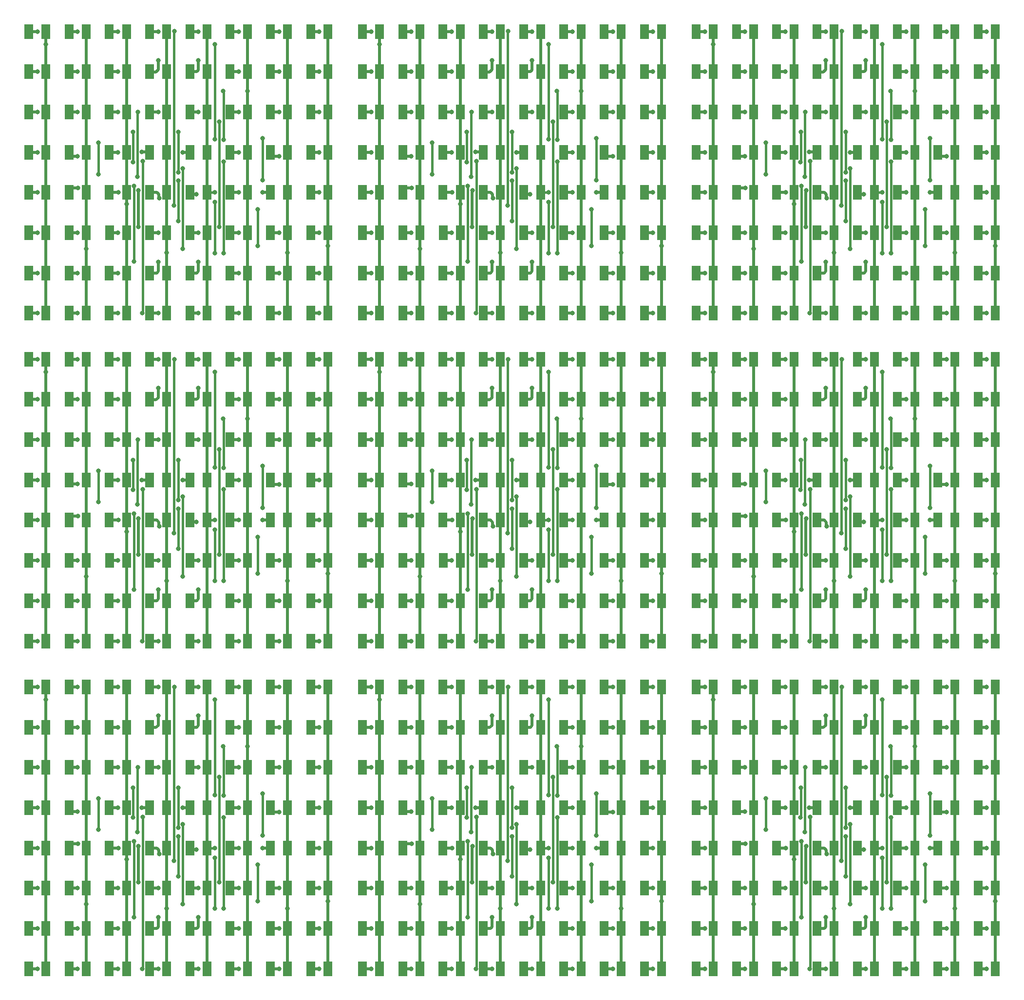
<source format=gbr>
%TF.GenerationSoftware,Altium Limited,Altium Designer,21.6.1 (37)*%
G04 Layer_Physical_Order=1*
G04 Layer_Color=255*
%FSLAX43Y43*%
%MOMM*%
%TF.SameCoordinates,8D5B277E-474B-43DD-86F4-B2073A371E15*%
%TF.FilePolarity,Positive*%
%TF.FileFunction,Copper,L1,Top,Signal*%
%TF.Part,CustomerPanel*%
G01*
G75*
%TA.AperFunction,SMDPad,CuDef*%
%ADD10R,1.500X2.600*%
%TA.AperFunction,Conductor*%
%ADD11C,0.508*%
%ADD12C,0.381*%
%TA.AperFunction,ViaPad*%
%ADD13C,0.800*%
D10*
X149000Y124000D02*
D03*
X146000D02*
D03*
X118000Y166000D02*
D03*
X121000D02*
D03*
X128000D02*
D03*
X125000D02*
D03*
X132000D02*
D03*
X135000D02*
D03*
X142000D02*
D03*
X139000D02*
D03*
X146000D02*
D03*
X149000D02*
D03*
X156000D02*
D03*
X153000D02*
D03*
X160000D02*
D03*
X163000D02*
D03*
X170000D02*
D03*
X167000D02*
D03*
X118000Y159000D02*
D03*
X121000D02*
D03*
X128000D02*
D03*
X125000D02*
D03*
X132000D02*
D03*
X135000D02*
D03*
X142000D02*
D03*
X139000D02*
D03*
X146000D02*
D03*
X149000D02*
D03*
X156000D02*
D03*
X153000D02*
D03*
X160000D02*
D03*
X163000D02*
D03*
X170000D02*
D03*
X167000D02*
D03*
X118000Y152000D02*
D03*
X121000D02*
D03*
X128000D02*
D03*
X125000D02*
D03*
X132000D02*
D03*
X135000D02*
D03*
X142000D02*
D03*
X139000D02*
D03*
X146000D02*
D03*
X149000D02*
D03*
X156000D02*
D03*
X153000D02*
D03*
X160000D02*
D03*
X163000D02*
D03*
X170000D02*
D03*
X167000D02*
D03*
X118000Y145000D02*
D03*
X121000D02*
D03*
X128000D02*
D03*
X125000D02*
D03*
X132000D02*
D03*
X135000D02*
D03*
X142000D02*
D03*
X139000D02*
D03*
X146000D02*
D03*
X149000D02*
D03*
X156000D02*
D03*
X153000D02*
D03*
X160000D02*
D03*
X163000D02*
D03*
X170000D02*
D03*
X167000D02*
D03*
X118000Y138000D02*
D03*
X121000D02*
D03*
X128000D02*
D03*
X125000D02*
D03*
X132000D02*
D03*
X135000D02*
D03*
X142000D02*
D03*
X139000D02*
D03*
X146000D02*
D03*
X149000D02*
D03*
X156000D02*
D03*
X153000D02*
D03*
X160000D02*
D03*
X163000D02*
D03*
X170000D02*
D03*
X167000D02*
D03*
X118000Y131000D02*
D03*
X121000D02*
D03*
X128000D02*
D03*
X125000D02*
D03*
X132030Y131021D02*
D03*
X135030D02*
D03*
X142000Y131000D02*
D03*
X139000D02*
D03*
X146000D02*
D03*
X149000D02*
D03*
X156000D02*
D03*
X153000D02*
D03*
X160000D02*
D03*
X163000D02*
D03*
X170000D02*
D03*
X167000D02*
D03*
X118000Y124000D02*
D03*
X121000D02*
D03*
X128000D02*
D03*
X125000D02*
D03*
X132000D02*
D03*
X135000D02*
D03*
X142000D02*
D03*
X139000D02*
D03*
X156000D02*
D03*
X153000D02*
D03*
X160000D02*
D03*
X163000D02*
D03*
X170000D02*
D03*
X167000D02*
D03*
X118000Y117000D02*
D03*
X121000D02*
D03*
X128000D02*
D03*
X125000D02*
D03*
X132000D02*
D03*
X135000D02*
D03*
X142000D02*
D03*
X139000D02*
D03*
X146000D02*
D03*
X149000D02*
D03*
X156000D02*
D03*
X153000D02*
D03*
X160000D02*
D03*
X163000D02*
D03*
X170000D02*
D03*
X167000D02*
D03*
X149000Y67000D02*
D03*
X146000D02*
D03*
X118000Y109000D02*
D03*
X121000D02*
D03*
X128000D02*
D03*
X125000D02*
D03*
X132000D02*
D03*
X135000D02*
D03*
X142000D02*
D03*
X139000D02*
D03*
X146000D02*
D03*
X149000D02*
D03*
X156000D02*
D03*
X153000D02*
D03*
X160000D02*
D03*
X163000D02*
D03*
X170000D02*
D03*
X167000D02*
D03*
X118000Y102000D02*
D03*
X121000D02*
D03*
X128000D02*
D03*
X125000D02*
D03*
X132000D02*
D03*
X135000D02*
D03*
X142000D02*
D03*
X139000D02*
D03*
X146000D02*
D03*
X149000D02*
D03*
X156000D02*
D03*
X153000D02*
D03*
X160000D02*
D03*
X163000D02*
D03*
X170000D02*
D03*
X167000D02*
D03*
X118000Y95000D02*
D03*
X121000D02*
D03*
X128000D02*
D03*
X125000D02*
D03*
X132000D02*
D03*
X135000D02*
D03*
X142000D02*
D03*
X139000D02*
D03*
X146000D02*
D03*
X149000D02*
D03*
X156000D02*
D03*
X153000D02*
D03*
X160000D02*
D03*
X163000D02*
D03*
X170000D02*
D03*
X167000D02*
D03*
X118000Y88000D02*
D03*
X121000D02*
D03*
X128000D02*
D03*
X125000D02*
D03*
X132000D02*
D03*
X135000D02*
D03*
X142000D02*
D03*
X139000D02*
D03*
X146000D02*
D03*
X149000D02*
D03*
X156000D02*
D03*
X153000D02*
D03*
X160000D02*
D03*
X163000D02*
D03*
X170000D02*
D03*
X167000D02*
D03*
X118000Y81000D02*
D03*
X121000D02*
D03*
X128000D02*
D03*
X125000D02*
D03*
X132000D02*
D03*
X135000D02*
D03*
X142000D02*
D03*
X139000D02*
D03*
X146000D02*
D03*
X149000D02*
D03*
X156000D02*
D03*
X153000D02*
D03*
X160000D02*
D03*
X163000D02*
D03*
X170000D02*
D03*
X167000D02*
D03*
X118000Y74000D02*
D03*
X121000D02*
D03*
X128000D02*
D03*
X125000D02*
D03*
X132030Y74021D02*
D03*
X135030D02*
D03*
X142000Y74000D02*
D03*
X139000D02*
D03*
X146000D02*
D03*
X149000D02*
D03*
X156000D02*
D03*
X153000D02*
D03*
X160000D02*
D03*
X163000D02*
D03*
X170000D02*
D03*
X167000D02*
D03*
X118000Y67000D02*
D03*
X121000D02*
D03*
X128000D02*
D03*
X125000D02*
D03*
X132000D02*
D03*
X135000D02*
D03*
X142000D02*
D03*
X139000D02*
D03*
X156000D02*
D03*
X153000D02*
D03*
X160000D02*
D03*
X163000D02*
D03*
X170000D02*
D03*
X167000D02*
D03*
X118000Y60000D02*
D03*
X121000D02*
D03*
X128000D02*
D03*
X125000D02*
D03*
X132000D02*
D03*
X135000D02*
D03*
X142000D02*
D03*
X139000D02*
D03*
X146000D02*
D03*
X149000D02*
D03*
X156000D02*
D03*
X153000D02*
D03*
X160000D02*
D03*
X163000D02*
D03*
X170000D02*
D03*
X167000D02*
D03*
X149000Y10000D02*
D03*
X146000D02*
D03*
X118000Y52000D02*
D03*
X121000D02*
D03*
X128000D02*
D03*
X125000D02*
D03*
X132000D02*
D03*
X135000D02*
D03*
X142000D02*
D03*
X139000D02*
D03*
X146000D02*
D03*
X149000D02*
D03*
X156000D02*
D03*
X153000D02*
D03*
X160000D02*
D03*
X163000D02*
D03*
X170000D02*
D03*
X167000D02*
D03*
X118000Y45000D02*
D03*
X121000D02*
D03*
X128000D02*
D03*
X125000D02*
D03*
X132000D02*
D03*
X135000D02*
D03*
X142000D02*
D03*
X139000D02*
D03*
X146000D02*
D03*
X149000D02*
D03*
X156000D02*
D03*
X153000D02*
D03*
X160000D02*
D03*
X163000D02*
D03*
X170000D02*
D03*
X167000D02*
D03*
X118000Y38000D02*
D03*
X121000D02*
D03*
X128000D02*
D03*
X125000D02*
D03*
X132000D02*
D03*
X135000D02*
D03*
X142000D02*
D03*
X139000D02*
D03*
X146000D02*
D03*
X149000D02*
D03*
X156000D02*
D03*
X153000D02*
D03*
X160000D02*
D03*
X163000D02*
D03*
X170000D02*
D03*
X167000D02*
D03*
X118000Y31000D02*
D03*
X121000D02*
D03*
X128000D02*
D03*
X125000D02*
D03*
X132000D02*
D03*
X135000D02*
D03*
X142000D02*
D03*
X139000D02*
D03*
X146000D02*
D03*
X149000D02*
D03*
X156000D02*
D03*
X153000D02*
D03*
X160000D02*
D03*
X163000D02*
D03*
X170000D02*
D03*
X167000D02*
D03*
X118000Y24000D02*
D03*
X121000D02*
D03*
X128000D02*
D03*
X125000D02*
D03*
X132000D02*
D03*
X135000D02*
D03*
X142000D02*
D03*
X139000D02*
D03*
X146000D02*
D03*
X149000D02*
D03*
X156000D02*
D03*
X153000D02*
D03*
X160000D02*
D03*
X163000D02*
D03*
X170000D02*
D03*
X167000D02*
D03*
X118000Y17000D02*
D03*
X121000D02*
D03*
X128000D02*
D03*
X125000D02*
D03*
X132030Y17021D02*
D03*
X135030D02*
D03*
X142000Y17000D02*
D03*
X139000D02*
D03*
X146000D02*
D03*
X149000D02*
D03*
X156000D02*
D03*
X153000D02*
D03*
X160000D02*
D03*
X163000D02*
D03*
X170000D02*
D03*
X167000D02*
D03*
X118000Y10000D02*
D03*
X121000D02*
D03*
X128000D02*
D03*
X125000D02*
D03*
X132000D02*
D03*
X135000D02*
D03*
X142000D02*
D03*
X139000D02*
D03*
X156000D02*
D03*
X153000D02*
D03*
X160000D02*
D03*
X163000D02*
D03*
X170000D02*
D03*
X167000D02*
D03*
X118000Y3000D02*
D03*
X121000D02*
D03*
X128000D02*
D03*
X125000D02*
D03*
X132000D02*
D03*
X135000D02*
D03*
X142000D02*
D03*
X139000D02*
D03*
X146000D02*
D03*
X149000D02*
D03*
X156000D02*
D03*
X153000D02*
D03*
X160000D02*
D03*
X163000D02*
D03*
X170000D02*
D03*
X167000D02*
D03*
X91000Y124000D02*
D03*
X88000D02*
D03*
X60000Y166000D02*
D03*
X63000D02*
D03*
X70000D02*
D03*
X67000D02*
D03*
X74000D02*
D03*
X77000D02*
D03*
X84000D02*
D03*
X81000D02*
D03*
X88000D02*
D03*
X91000D02*
D03*
X98000D02*
D03*
X95000D02*
D03*
X102000D02*
D03*
X105000D02*
D03*
X112000D02*
D03*
X109000D02*
D03*
X60000Y159000D02*
D03*
X63000D02*
D03*
X70000D02*
D03*
X67000D02*
D03*
X74000D02*
D03*
X77000D02*
D03*
X84000D02*
D03*
X81000D02*
D03*
X88000D02*
D03*
X91000D02*
D03*
X98000D02*
D03*
X95000D02*
D03*
X102000D02*
D03*
X105000D02*
D03*
X112000D02*
D03*
X109000D02*
D03*
X60000Y152000D02*
D03*
X63000D02*
D03*
X70000D02*
D03*
X67000D02*
D03*
X74000D02*
D03*
X77000D02*
D03*
X84000D02*
D03*
X81000D02*
D03*
X88000D02*
D03*
X91000D02*
D03*
X98000D02*
D03*
X95000D02*
D03*
X102000D02*
D03*
X105000D02*
D03*
X112000D02*
D03*
X109000D02*
D03*
X60000Y145000D02*
D03*
X63000D02*
D03*
X70000D02*
D03*
X67000D02*
D03*
X74000D02*
D03*
X77000D02*
D03*
X84000D02*
D03*
X81000D02*
D03*
X88000D02*
D03*
X91000D02*
D03*
X98000D02*
D03*
X95000D02*
D03*
X102000D02*
D03*
X105000D02*
D03*
X112000D02*
D03*
X109000D02*
D03*
X60000Y138000D02*
D03*
X63000D02*
D03*
X70000D02*
D03*
X67000D02*
D03*
X74000D02*
D03*
X77000D02*
D03*
X84000D02*
D03*
X81000D02*
D03*
X88000D02*
D03*
X91000D02*
D03*
X98000D02*
D03*
X95000D02*
D03*
X102000D02*
D03*
X105000D02*
D03*
X112000D02*
D03*
X109000D02*
D03*
X60000Y131000D02*
D03*
X63000D02*
D03*
X70000D02*
D03*
X67000D02*
D03*
X74030Y131021D02*
D03*
X77030D02*
D03*
X84000Y131000D02*
D03*
X81000D02*
D03*
X88000D02*
D03*
X91000D02*
D03*
X98000D02*
D03*
X95000D02*
D03*
X102000D02*
D03*
X105000D02*
D03*
X112000D02*
D03*
X109000D02*
D03*
X60000Y124000D02*
D03*
X63000D02*
D03*
X70000D02*
D03*
X67000D02*
D03*
X74000D02*
D03*
X77000D02*
D03*
X84000D02*
D03*
X81000D02*
D03*
X98000D02*
D03*
X95000D02*
D03*
X102000D02*
D03*
X105000D02*
D03*
X112000D02*
D03*
X109000D02*
D03*
X60000Y117000D02*
D03*
X63000D02*
D03*
X70000D02*
D03*
X67000D02*
D03*
X74000D02*
D03*
X77000D02*
D03*
X84000D02*
D03*
X81000D02*
D03*
X88000D02*
D03*
X91000D02*
D03*
X98000D02*
D03*
X95000D02*
D03*
X102000D02*
D03*
X105000D02*
D03*
X112000D02*
D03*
X109000D02*
D03*
X91000Y67000D02*
D03*
X88000D02*
D03*
X60000Y109000D02*
D03*
X63000D02*
D03*
X70000D02*
D03*
X67000D02*
D03*
X74000D02*
D03*
X77000D02*
D03*
X84000D02*
D03*
X81000D02*
D03*
X88000D02*
D03*
X91000D02*
D03*
X98000D02*
D03*
X95000D02*
D03*
X102000D02*
D03*
X105000D02*
D03*
X112000D02*
D03*
X109000D02*
D03*
X60000Y102000D02*
D03*
X63000D02*
D03*
X70000D02*
D03*
X67000D02*
D03*
X74000D02*
D03*
X77000D02*
D03*
X84000D02*
D03*
X81000D02*
D03*
X88000D02*
D03*
X91000D02*
D03*
X98000D02*
D03*
X95000D02*
D03*
X102000D02*
D03*
X105000D02*
D03*
X112000D02*
D03*
X109000D02*
D03*
X60000Y95000D02*
D03*
X63000D02*
D03*
X70000D02*
D03*
X67000D02*
D03*
X74000D02*
D03*
X77000D02*
D03*
X84000D02*
D03*
X81000D02*
D03*
X88000D02*
D03*
X91000D02*
D03*
X98000D02*
D03*
X95000D02*
D03*
X102000D02*
D03*
X105000D02*
D03*
X112000D02*
D03*
X109000D02*
D03*
X60000Y88000D02*
D03*
X63000D02*
D03*
X70000D02*
D03*
X67000D02*
D03*
X74000D02*
D03*
X77000D02*
D03*
X84000D02*
D03*
X81000D02*
D03*
X88000D02*
D03*
X91000D02*
D03*
X98000D02*
D03*
X95000D02*
D03*
X102000D02*
D03*
X105000D02*
D03*
X112000D02*
D03*
X109000D02*
D03*
X60000Y81000D02*
D03*
X63000D02*
D03*
X70000D02*
D03*
X67000D02*
D03*
X74000D02*
D03*
X77000D02*
D03*
X84000D02*
D03*
X81000D02*
D03*
X88000D02*
D03*
X91000D02*
D03*
X98000D02*
D03*
X95000D02*
D03*
X102000D02*
D03*
X105000D02*
D03*
X112000D02*
D03*
X109000D02*
D03*
X60000Y74000D02*
D03*
X63000D02*
D03*
X70000D02*
D03*
X67000D02*
D03*
X74030Y74021D02*
D03*
X77030D02*
D03*
X84000Y74000D02*
D03*
X81000D02*
D03*
X88000D02*
D03*
X91000D02*
D03*
X98000D02*
D03*
X95000D02*
D03*
X102000D02*
D03*
X105000D02*
D03*
X112000D02*
D03*
X109000D02*
D03*
X60000Y67000D02*
D03*
X63000D02*
D03*
X70000D02*
D03*
X67000D02*
D03*
X74000D02*
D03*
X77000D02*
D03*
X84000D02*
D03*
X81000D02*
D03*
X98000D02*
D03*
X95000D02*
D03*
X102000D02*
D03*
X105000D02*
D03*
X112000D02*
D03*
X109000D02*
D03*
X60000Y60000D02*
D03*
X63000D02*
D03*
X70000D02*
D03*
X67000D02*
D03*
X74000D02*
D03*
X77000D02*
D03*
X84000D02*
D03*
X81000D02*
D03*
X88000D02*
D03*
X91000D02*
D03*
X98000D02*
D03*
X95000D02*
D03*
X102000D02*
D03*
X105000D02*
D03*
X112000D02*
D03*
X109000D02*
D03*
X91000Y10000D02*
D03*
X88000D02*
D03*
X60000Y52000D02*
D03*
X63000D02*
D03*
X70000D02*
D03*
X67000D02*
D03*
X74000D02*
D03*
X77000D02*
D03*
X84000D02*
D03*
X81000D02*
D03*
X88000D02*
D03*
X91000D02*
D03*
X98000D02*
D03*
X95000D02*
D03*
X102000D02*
D03*
X105000D02*
D03*
X112000D02*
D03*
X109000D02*
D03*
X60000Y45000D02*
D03*
X63000D02*
D03*
X70000D02*
D03*
X67000D02*
D03*
X74000D02*
D03*
X77000D02*
D03*
X84000D02*
D03*
X81000D02*
D03*
X88000D02*
D03*
X91000D02*
D03*
X98000D02*
D03*
X95000D02*
D03*
X102000D02*
D03*
X105000D02*
D03*
X112000D02*
D03*
X109000D02*
D03*
X60000Y38000D02*
D03*
X63000D02*
D03*
X70000D02*
D03*
X67000D02*
D03*
X74000D02*
D03*
X77000D02*
D03*
X84000D02*
D03*
X81000D02*
D03*
X88000D02*
D03*
X91000D02*
D03*
X98000D02*
D03*
X95000D02*
D03*
X102000D02*
D03*
X105000D02*
D03*
X112000D02*
D03*
X109000D02*
D03*
X60000Y31000D02*
D03*
X63000D02*
D03*
X70000D02*
D03*
X67000D02*
D03*
X74000D02*
D03*
X77000D02*
D03*
X84000D02*
D03*
X81000D02*
D03*
X88000D02*
D03*
X91000D02*
D03*
X98000D02*
D03*
X95000D02*
D03*
X102000D02*
D03*
X105000D02*
D03*
X112000D02*
D03*
X109000D02*
D03*
X60000Y24000D02*
D03*
X63000D02*
D03*
X70000D02*
D03*
X67000D02*
D03*
X74000D02*
D03*
X77000D02*
D03*
X84000D02*
D03*
X81000D02*
D03*
X88000D02*
D03*
X91000D02*
D03*
X98000D02*
D03*
X95000D02*
D03*
X102000D02*
D03*
X105000D02*
D03*
X112000D02*
D03*
X109000D02*
D03*
X60000Y17000D02*
D03*
X63000D02*
D03*
X70000D02*
D03*
X67000D02*
D03*
X74030Y17021D02*
D03*
X77030D02*
D03*
X84000Y17000D02*
D03*
X81000D02*
D03*
X88000D02*
D03*
X91000D02*
D03*
X98000D02*
D03*
X95000D02*
D03*
X102000D02*
D03*
X105000D02*
D03*
X112000D02*
D03*
X109000D02*
D03*
X60000Y10000D02*
D03*
X63000D02*
D03*
X70000D02*
D03*
X67000D02*
D03*
X74000D02*
D03*
X77000D02*
D03*
X84000D02*
D03*
X81000D02*
D03*
X98000D02*
D03*
X95000D02*
D03*
X102000D02*
D03*
X105000D02*
D03*
X112000D02*
D03*
X109000D02*
D03*
X60000Y3000D02*
D03*
X63000D02*
D03*
X70000D02*
D03*
X67000D02*
D03*
X74000D02*
D03*
X77000D02*
D03*
X84000D02*
D03*
X81000D02*
D03*
X88000D02*
D03*
X91000D02*
D03*
X98000D02*
D03*
X95000D02*
D03*
X102000D02*
D03*
X105000D02*
D03*
X112000D02*
D03*
X109000D02*
D03*
X33000Y124000D02*
D03*
X30000D02*
D03*
X2000Y166000D02*
D03*
X5000D02*
D03*
X12000D02*
D03*
X9000D02*
D03*
X16000D02*
D03*
X19000D02*
D03*
X26000D02*
D03*
X23000D02*
D03*
X30000D02*
D03*
X33000D02*
D03*
X40000D02*
D03*
X37000D02*
D03*
X44000D02*
D03*
X47000D02*
D03*
X54000D02*
D03*
X51000D02*
D03*
X2000Y159000D02*
D03*
X5000D02*
D03*
X12000D02*
D03*
X9000D02*
D03*
X16000D02*
D03*
X19000D02*
D03*
X26000D02*
D03*
X23000D02*
D03*
X30000D02*
D03*
X33000D02*
D03*
X40000D02*
D03*
X37000D02*
D03*
X44000D02*
D03*
X47000D02*
D03*
X54000D02*
D03*
X51000D02*
D03*
X2000Y152000D02*
D03*
X5000D02*
D03*
X12000D02*
D03*
X9000D02*
D03*
X16000D02*
D03*
X19000D02*
D03*
X26000D02*
D03*
X23000D02*
D03*
X30000D02*
D03*
X33000D02*
D03*
X40000D02*
D03*
X37000D02*
D03*
X44000D02*
D03*
X47000D02*
D03*
X54000D02*
D03*
X51000D02*
D03*
X2000Y145000D02*
D03*
X5000D02*
D03*
X12000D02*
D03*
X9000D02*
D03*
X16000D02*
D03*
X19000D02*
D03*
X26000D02*
D03*
X23000D02*
D03*
X30000D02*
D03*
X33000D02*
D03*
X40000D02*
D03*
X37000D02*
D03*
X44000D02*
D03*
X47000D02*
D03*
X54000D02*
D03*
X51000D02*
D03*
X2000Y138000D02*
D03*
X5000D02*
D03*
X12000D02*
D03*
X9000D02*
D03*
X16000D02*
D03*
X19000D02*
D03*
X26000D02*
D03*
X23000D02*
D03*
X30000D02*
D03*
X33000D02*
D03*
X40000D02*
D03*
X37000D02*
D03*
X44000D02*
D03*
X47000D02*
D03*
X54000D02*
D03*
X51000D02*
D03*
X2000Y131000D02*
D03*
X5000D02*
D03*
X12000D02*
D03*
X9000D02*
D03*
X16030Y131021D02*
D03*
X19030D02*
D03*
X26000Y131000D02*
D03*
X23000D02*
D03*
X30000D02*
D03*
X33000D02*
D03*
X40000D02*
D03*
X37000D02*
D03*
X44000D02*
D03*
X47000D02*
D03*
X54000D02*
D03*
X51000D02*
D03*
X2000Y124000D02*
D03*
X5000D02*
D03*
X12000D02*
D03*
X9000D02*
D03*
X16000D02*
D03*
X19000D02*
D03*
X26000D02*
D03*
X23000D02*
D03*
X40000D02*
D03*
X37000D02*
D03*
X44000D02*
D03*
X47000D02*
D03*
X54000D02*
D03*
X51000D02*
D03*
X2000Y117000D02*
D03*
X5000D02*
D03*
X12000D02*
D03*
X9000D02*
D03*
X16000D02*
D03*
X19000D02*
D03*
X26000D02*
D03*
X23000D02*
D03*
X30000D02*
D03*
X33000D02*
D03*
X40000D02*
D03*
X37000D02*
D03*
X44000D02*
D03*
X47000D02*
D03*
X54000D02*
D03*
X51000D02*
D03*
X33000Y67000D02*
D03*
X30000D02*
D03*
X2000Y109000D02*
D03*
X5000D02*
D03*
X12000D02*
D03*
X9000D02*
D03*
X16000D02*
D03*
X19000D02*
D03*
X26000D02*
D03*
X23000D02*
D03*
X30000D02*
D03*
X33000D02*
D03*
X40000D02*
D03*
X37000D02*
D03*
X44000D02*
D03*
X47000D02*
D03*
X54000D02*
D03*
X51000D02*
D03*
X2000Y102000D02*
D03*
X5000D02*
D03*
X12000D02*
D03*
X9000D02*
D03*
X16000D02*
D03*
X19000D02*
D03*
X26000D02*
D03*
X23000D02*
D03*
X30000D02*
D03*
X33000D02*
D03*
X40000D02*
D03*
X37000D02*
D03*
X44000D02*
D03*
X47000D02*
D03*
X54000D02*
D03*
X51000D02*
D03*
X2000Y95000D02*
D03*
X5000D02*
D03*
X12000D02*
D03*
X9000D02*
D03*
X16000D02*
D03*
X19000D02*
D03*
X26000D02*
D03*
X23000D02*
D03*
X30000D02*
D03*
X33000D02*
D03*
X40000D02*
D03*
X37000D02*
D03*
X44000D02*
D03*
X47000D02*
D03*
X54000D02*
D03*
X51000D02*
D03*
X2000Y88000D02*
D03*
X5000D02*
D03*
X12000D02*
D03*
X9000D02*
D03*
X16000D02*
D03*
X19000D02*
D03*
X26000D02*
D03*
X23000D02*
D03*
X30000D02*
D03*
X33000D02*
D03*
X40000D02*
D03*
X37000D02*
D03*
X44000D02*
D03*
X47000D02*
D03*
X54000D02*
D03*
X51000D02*
D03*
X2000Y81000D02*
D03*
X5000D02*
D03*
X12000D02*
D03*
X9000D02*
D03*
X16000D02*
D03*
X19000D02*
D03*
X26000D02*
D03*
X23000D02*
D03*
X30000D02*
D03*
X33000D02*
D03*
X40000D02*
D03*
X37000D02*
D03*
X44000D02*
D03*
X47000D02*
D03*
X54000D02*
D03*
X51000D02*
D03*
X2000Y74000D02*
D03*
X5000D02*
D03*
X12000D02*
D03*
X9000D02*
D03*
X16030Y74021D02*
D03*
X19030D02*
D03*
X26000Y74000D02*
D03*
X23000D02*
D03*
X30000D02*
D03*
X33000D02*
D03*
X40000D02*
D03*
X37000D02*
D03*
X44000D02*
D03*
X47000D02*
D03*
X54000D02*
D03*
X51000D02*
D03*
X2000Y67000D02*
D03*
X5000D02*
D03*
X12000D02*
D03*
X9000D02*
D03*
X16000D02*
D03*
X19000D02*
D03*
X26000D02*
D03*
X23000D02*
D03*
X40000D02*
D03*
X37000D02*
D03*
X44000D02*
D03*
X47000D02*
D03*
X54000D02*
D03*
X51000D02*
D03*
X2000Y60000D02*
D03*
X5000D02*
D03*
X12000D02*
D03*
X9000D02*
D03*
X16000D02*
D03*
X19000D02*
D03*
X26000D02*
D03*
X23000D02*
D03*
X30000D02*
D03*
X33000D02*
D03*
X40000D02*
D03*
X37000D02*
D03*
X44000D02*
D03*
X47000D02*
D03*
X54000D02*
D03*
X51000D02*
D03*
X33000Y10000D02*
D03*
X30000D02*
D03*
X2000Y52000D02*
D03*
X5000D02*
D03*
X12000D02*
D03*
X9000D02*
D03*
X16000D02*
D03*
X19000D02*
D03*
X26000D02*
D03*
X23000D02*
D03*
X30000D02*
D03*
X33000D02*
D03*
X40000D02*
D03*
X37000D02*
D03*
X44000D02*
D03*
X47000D02*
D03*
X54000D02*
D03*
X51000D02*
D03*
X2000Y45000D02*
D03*
X5000D02*
D03*
X12000D02*
D03*
X9000D02*
D03*
X16000D02*
D03*
X19000D02*
D03*
X26000D02*
D03*
X23000D02*
D03*
X30000D02*
D03*
X33000D02*
D03*
X40000D02*
D03*
X37000D02*
D03*
X44000D02*
D03*
X47000D02*
D03*
X54000D02*
D03*
X51000D02*
D03*
X2000Y38000D02*
D03*
X5000D02*
D03*
X12000D02*
D03*
X9000D02*
D03*
X16000D02*
D03*
X19000D02*
D03*
X26000D02*
D03*
X23000D02*
D03*
X30000D02*
D03*
X33000D02*
D03*
X40000D02*
D03*
X37000D02*
D03*
X44000D02*
D03*
X47000D02*
D03*
X54000D02*
D03*
X51000D02*
D03*
X2000Y31000D02*
D03*
X5000D02*
D03*
X12000D02*
D03*
X9000D02*
D03*
X16000D02*
D03*
X19000D02*
D03*
X26000D02*
D03*
X23000D02*
D03*
X30000D02*
D03*
X33000D02*
D03*
X40000D02*
D03*
X37000D02*
D03*
X44000D02*
D03*
X47000D02*
D03*
X54000D02*
D03*
X51000D02*
D03*
X2000Y24000D02*
D03*
X5000D02*
D03*
X12000D02*
D03*
X9000D02*
D03*
X16000D02*
D03*
X19000D02*
D03*
X26000D02*
D03*
X23000D02*
D03*
X30000D02*
D03*
X33000D02*
D03*
X40000D02*
D03*
X37000D02*
D03*
X44000D02*
D03*
X47000D02*
D03*
X54000D02*
D03*
X51000D02*
D03*
X2000Y17000D02*
D03*
X5000D02*
D03*
X12000D02*
D03*
X9000D02*
D03*
X16030Y17021D02*
D03*
X19030D02*
D03*
X26000Y17000D02*
D03*
X23000D02*
D03*
X30000D02*
D03*
X33000D02*
D03*
X40000D02*
D03*
X37000D02*
D03*
X44000D02*
D03*
X47000D02*
D03*
X54000D02*
D03*
X51000D02*
D03*
X2000Y10000D02*
D03*
X5000D02*
D03*
X12000D02*
D03*
X9000D02*
D03*
X16000D02*
D03*
X19000D02*
D03*
X26000D02*
D03*
X23000D02*
D03*
X40000D02*
D03*
X37000D02*
D03*
X44000D02*
D03*
X47000D02*
D03*
X54000D02*
D03*
X51000D02*
D03*
X2000Y3000D02*
D03*
X5000D02*
D03*
X12000D02*
D03*
X9000D02*
D03*
X16000D02*
D03*
X19000D02*
D03*
X26000D02*
D03*
X23000D02*
D03*
X30000D02*
D03*
X33000D02*
D03*
X40000D02*
D03*
X37000D02*
D03*
X44000D02*
D03*
X47000D02*
D03*
X54000D02*
D03*
X51000D02*
D03*
D11*
X135000Y124000D02*
Y135986D01*
Y138000D01*
X132000D02*
X133621D01*
X137645Y145013D02*
X138987D01*
X139000Y145000D01*
X170000Y128740D02*
Y131000D01*
Y124000D02*
Y128740D01*
X146000Y138000D02*
X146310Y137690D01*
X147123D01*
X153000Y138000D02*
X154500D01*
X149000Y131000D02*
Y138000D01*
Y124000D02*
Y131000D01*
X142000D02*
Y138000D01*
Y152000D01*
Y127492D02*
Y131000D01*
X158672Y138000D02*
X160000D01*
X163000Y124000D02*
Y131000D01*
X153000D02*
X154500D01*
X153000Y152000D02*
X154500D01*
X153000Y159000D02*
X154500D01*
X153000Y166000D02*
X154500D01*
X163000Y152000D02*
Y159000D01*
Y166000D01*
X156000Y155664D02*
Y159000D01*
Y152000D02*
Y155664D01*
X142000Y124000D02*
Y127492D01*
X140609Y137020D02*
X140665Y136964D01*
X140609Y137020D02*
Y137659D01*
X140268Y138000D02*
X140609Y137659D01*
X137091Y132051D02*
Y138316D01*
X137099Y138325D01*
X137082Y132042D02*
X137091Y132051D01*
X128000Y128232D02*
Y131000D01*
Y124000D02*
Y128232D01*
X144740Y144996D02*
X145996D01*
X146000Y145000D01*
X160000Y152000D02*
X161500D01*
X149000D02*
Y159000D01*
Y145000D02*
Y152000D01*
Y138000D02*
Y145000D01*
X146000Y152000D02*
X147500D01*
X147496Y159298D02*
Y160998D01*
X121000Y163792D02*
Y166000D01*
Y159000D02*
Y163792D01*
X132000Y145000D02*
X133500D01*
X121000Y138000D02*
Y145000D01*
Y131000D02*
Y138000D01*
X146000Y131000D02*
X147500D01*
X139000D02*
X140500D01*
X142000Y152000D02*
Y159000D01*
X167000Y138000D02*
X168500D01*
X153000Y145000D02*
X154500D01*
X140130Y158966D02*
X140491Y159327D01*
Y161001D01*
X139034Y158966D02*
X140130D01*
X139000Y159000D02*
X139034Y158966D01*
X146000Y159000D02*
X147198D01*
X147496Y159298D01*
X140533Y124298D02*
Y125961D01*
X147496Y124298D02*
Y125946D01*
X146000Y124000D02*
X147198D01*
X147496Y124298D01*
X139000Y124000D02*
X140235D01*
X140533Y124298D01*
Y125961D02*
X140538Y125966D01*
X125496Y144306D02*
X126456D01*
X121000Y145000D02*
Y152000D01*
Y159000D01*
Y124000D02*
Y131000D01*
Y117000D02*
Y124000D01*
X163000Y138000D02*
Y145000D01*
X142000Y159000D02*
Y166000D01*
X163000Y131000D02*
Y138000D01*
X170000Y152000D02*
Y159000D01*
X163000Y145000D02*
Y152000D01*
X170000Y159000D02*
Y166000D01*
X156000Y117000D02*
Y124000D01*
X128000Y117000D02*
Y124000D01*
X160000Y144756D02*
X160496Y144260D01*
X125000Y117000D02*
X126500D01*
X118000Y124000D02*
X119500D01*
X167000D02*
X168500D01*
X160000D02*
X161500D01*
X125000Y138000D02*
Y138263D01*
X118000Y159000D02*
X119500D01*
X132051Y131000D02*
X133500D01*
X132000Y159000D02*
X133500D01*
X125000Y144802D02*
X125496Y144306D01*
X139000Y152000D02*
X140500D01*
X125000Y159000D02*
X126500D01*
X170000Y131000D02*
Y138000D01*
X142000Y117000D02*
Y124000D01*
X135000Y117000D02*
Y124000D01*
X163000Y117000D02*
Y124000D01*
X128000Y138000D02*
Y145000D01*
X170000Y117000D02*
Y124000D01*
X128000Y145000D02*
Y152000D01*
Y131000D02*
Y138000D01*
X149000Y117000D02*
Y124000D01*
X132000Y117000D02*
X133500D01*
X139000D02*
X140500D01*
X125496Y138759D02*
X126529D01*
X125000Y138263D02*
X125496Y138759D01*
X160000Y144756D02*
Y145000D01*
X125000Y144802D02*
Y145000D01*
X156000Y131000D02*
Y138000D01*
X149000Y159000D02*
Y166000D01*
X128000Y159000D02*
Y166000D01*
X135000Y138000D02*
Y145000D01*
X128000Y152000D02*
Y159000D01*
X135000Y152000D02*
Y159000D01*
Y166000D01*
X156000Y124000D02*
Y131000D01*
X135000Y145000D02*
Y152000D01*
X118000Y117000D02*
X119500D01*
X160496Y144260D02*
X161500D01*
X125000Y131000D02*
X126500D01*
X153000Y124000D02*
X154500D01*
X167000Y131000D02*
X168500D01*
X118000D02*
X119500D01*
X118000Y138000D02*
X119500D01*
X125000Y124000D02*
X126500D01*
X132030Y131021D02*
X132051Y131000D01*
X125000Y152000D02*
X126500D01*
X167000Y145000D02*
X168500D01*
X160000Y159000D02*
X161500D01*
X167000Y152000D02*
X168500D01*
X132000D02*
X133500D01*
X118000D02*
X119500D01*
X132000Y124000D02*
X133500D01*
X160000Y131000D02*
X161500D01*
X118000Y145000D02*
X119500D01*
X167000Y159000D02*
X168500D01*
X170000Y138000D02*
Y145000D01*
X156000Y159000D02*
Y166000D01*
X170000Y145000D02*
Y152000D01*
X156000Y138000D02*
Y145000D01*
Y152000D01*
X139000Y138000D02*
X140268D01*
X125000Y166000D02*
X126500D01*
X139000D02*
X140500D01*
X132000D02*
X133500D01*
X146000D02*
X147500D01*
X167000D02*
X168500D01*
X160000D02*
X161500D01*
X118000D02*
X119500D01*
X146000Y117000D02*
X147500D01*
X167000D02*
X168500D01*
X153000D02*
X154500D01*
X160000D02*
X161500D01*
X135000Y67000D02*
Y78986D01*
Y81000D01*
X132000D02*
X133621D01*
X137645Y88013D02*
X138987D01*
X139000Y88000D01*
X170000Y71740D02*
Y74000D01*
Y67000D02*
Y71740D01*
X146000Y81000D02*
X146310Y80690D01*
X147123D01*
X153000Y81000D02*
X154500D01*
X149000Y74000D02*
Y81000D01*
Y67000D02*
Y74000D01*
X142000D02*
Y81000D01*
Y95000D01*
Y70491D02*
Y74000D01*
X158672Y81000D02*
X160000D01*
X163000Y67000D02*
Y74000D01*
X153000D02*
X154500D01*
X153000Y95000D02*
X154500D01*
X153000Y102000D02*
X154500D01*
X153000Y109000D02*
X154500D01*
X163000Y95000D02*
Y102000D01*
Y109000D01*
X156000Y98664D02*
Y102000D01*
Y95000D02*
Y98664D01*
X142000Y67000D02*
Y70491D01*
X140609Y80020D02*
X140665Y79964D01*
X140609Y80020D02*
Y80659D01*
X140268Y81000D02*
X140609Y80659D01*
X137091Y75051D02*
Y81316D01*
X137099Y81325D01*
X137082Y75042D02*
X137091Y75051D01*
X128000Y71232D02*
Y74000D01*
Y67000D02*
Y71232D01*
X144740Y87996D02*
X145996D01*
X146000Y88000D01*
X160000Y95000D02*
X161500D01*
X149000D02*
Y102000D01*
Y88000D02*
Y95000D01*
Y81000D02*
Y88000D01*
X146000Y95000D02*
X147500D01*
X147496Y102298D02*
Y103998D01*
X121000Y106792D02*
Y109000D01*
Y102000D02*
Y106792D01*
X132000Y88000D02*
X133500D01*
X121000Y81000D02*
Y88000D01*
Y74000D02*
Y81000D01*
X146000Y74000D02*
X147500D01*
X139000D02*
X140500D01*
X142000Y95000D02*
Y102000D01*
X167000Y81000D02*
X168500D01*
X153000Y88000D02*
X154500D01*
X140130Y101966D02*
X140491Y102327D01*
Y104001D01*
X139034Y101966D02*
X140130D01*
X139000Y102000D02*
X139034Y101966D01*
X146000Y102000D02*
X147198D01*
X147496Y102298D01*
X140533Y67298D02*
Y68961D01*
X147496Y67298D02*
Y68946D01*
X146000Y67000D02*
X147198D01*
X147496Y67298D01*
X139000Y67000D02*
X140235D01*
X140533Y67298D01*
Y68961D02*
X140538Y68966D01*
X125496Y87306D02*
X126456D01*
X121000Y88000D02*
Y95000D01*
Y102000D01*
Y67000D02*
Y74000D01*
Y60000D02*
Y67000D01*
X163000Y81000D02*
Y88000D01*
X142000Y102000D02*
Y109000D01*
X163000Y74000D02*
Y81000D01*
X170000Y95000D02*
Y102000D01*
X163000Y88000D02*
Y95000D01*
X170000Y102000D02*
Y109000D01*
X156000Y60000D02*
Y67000D01*
X128000Y60000D02*
Y67000D01*
X160000Y87756D02*
X160496Y87260D01*
X125000Y60000D02*
X126500D01*
X118000Y67000D02*
X119500D01*
X167000D02*
X168500D01*
X160000D02*
X161500D01*
X125000Y81000D02*
Y81263D01*
X118000Y102000D02*
X119500D01*
X132051Y74000D02*
X133500D01*
X132000Y102000D02*
X133500D01*
X125000Y87802D02*
X125496Y87306D01*
X139000Y95000D02*
X140500D01*
X125000Y102000D02*
X126500D01*
X170000Y74000D02*
Y81000D01*
X142000Y60000D02*
Y67000D01*
X135000Y60000D02*
Y67000D01*
X163000Y60000D02*
Y67000D01*
X128000Y81000D02*
Y88000D01*
X170000Y60000D02*
Y67000D01*
X128000Y88000D02*
Y95000D01*
Y74000D02*
Y81000D01*
X149000Y60000D02*
Y67000D01*
X132000Y60000D02*
X133500D01*
X139000D02*
X140500D01*
X125496Y81759D02*
X126529D01*
X125000Y81263D02*
X125496Y81759D01*
X160000Y87756D02*
Y88000D01*
X125000Y87802D02*
Y88000D01*
X156000Y74000D02*
Y81000D01*
X149000Y102000D02*
Y109000D01*
X128000Y102000D02*
Y109000D01*
X135000Y81000D02*
Y88000D01*
X128000Y95000D02*
Y102000D01*
X135000Y95000D02*
Y102000D01*
Y109000D01*
X156000Y67000D02*
Y74000D01*
X135000Y88000D02*
Y95000D01*
X118000Y60000D02*
X119500D01*
X160496Y87260D02*
X161500D01*
X125000Y74000D02*
X126500D01*
X153000Y67000D02*
X154500D01*
X167000Y74000D02*
X168500D01*
X118000D02*
X119500D01*
X118000Y81000D02*
X119500D01*
X125000Y67000D02*
X126500D01*
X132030Y74021D02*
X132051Y74000D01*
X125000Y95000D02*
X126500D01*
X167000Y88000D02*
X168500D01*
X160000Y102000D02*
X161500D01*
X167000Y95000D02*
X168500D01*
X132000D02*
X133500D01*
X118000D02*
X119500D01*
X132000Y67000D02*
X133500D01*
X160000Y74000D02*
X161500D01*
X118000Y88000D02*
X119500D01*
X167000Y102000D02*
X168500D01*
X170000Y81000D02*
Y88000D01*
X156000Y102000D02*
Y109000D01*
X170000Y88000D02*
Y95000D01*
X156000Y81000D02*
Y88000D01*
Y95000D01*
X139000Y81000D02*
X140268D01*
X125000Y109000D02*
X126500D01*
X139000D02*
X140500D01*
X132000D02*
X133500D01*
X146000D02*
X147500D01*
X167000D02*
X168500D01*
X160000D02*
X161500D01*
X118000D02*
X119500D01*
X146000Y60000D02*
X147500D01*
X167000D02*
X168500D01*
X153000D02*
X154500D01*
X160000D02*
X161500D01*
X135000Y10000D02*
Y21986D01*
Y24000D01*
X132000D02*
X133621D01*
X137645Y31013D02*
X138987D01*
X139000Y31000D01*
X170000Y14740D02*
Y17000D01*
Y10000D02*
Y14740D01*
X146000Y24000D02*
X146310Y23690D01*
X147123D01*
X153000Y24000D02*
X154500D01*
X149000Y17000D02*
Y24000D01*
Y10000D02*
Y17000D01*
X142000D02*
Y24000D01*
Y38000D01*
Y13491D02*
Y17000D01*
X158672Y24000D02*
X160000D01*
X163000Y10000D02*
Y17000D01*
X153000D02*
X154500D01*
X153000Y38000D02*
X154500D01*
X153000Y45000D02*
X154500D01*
X153000Y52000D02*
X154500D01*
X163000Y38000D02*
Y45000D01*
Y52000D01*
X156000Y41664D02*
Y45000D01*
Y38000D02*
Y41664D01*
X142000Y10000D02*
Y13491D01*
X140609Y23020D02*
X140665Y22964D01*
X140609Y23020D02*
Y23659D01*
X140268Y24000D02*
X140609Y23659D01*
X137091Y18051D02*
Y24316D01*
X137099Y24325D01*
X137082Y18042D02*
X137091Y18051D01*
X128000Y14232D02*
Y17000D01*
Y10000D02*
Y14232D01*
X144740Y30996D02*
X145996D01*
X146000Y31000D01*
X160000Y38000D02*
X161500D01*
X149000D02*
Y45000D01*
Y31000D02*
Y38000D01*
Y24000D02*
Y31000D01*
X146000Y38000D02*
X147500D01*
X147496Y45298D02*
Y46998D01*
X121000Y49792D02*
Y52000D01*
Y45000D02*
Y49792D01*
X132000Y31000D02*
X133500D01*
X121000Y24000D02*
Y31000D01*
Y17000D02*
Y24000D01*
X146000Y17000D02*
X147500D01*
X139000D02*
X140500D01*
X142000Y38000D02*
Y45000D01*
X167000Y24000D02*
X168500D01*
X153000Y31000D02*
X154500D01*
X140130Y44966D02*
X140491Y45327D01*
Y47001D01*
X139034Y44966D02*
X140130D01*
X139000Y45000D02*
X139034Y44966D01*
X146000Y45000D02*
X147198D01*
X147496Y45298D01*
X140533Y10298D02*
Y11961D01*
X147496Y10298D02*
Y11946D01*
X146000Y10000D02*
X147198D01*
X147496Y10298D01*
X139000Y10000D02*
X140235D01*
X140533Y10298D01*
Y11961D02*
X140538Y11966D01*
X125496Y30306D02*
X126456D01*
X121000Y31000D02*
Y38000D01*
Y45000D01*
Y10000D02*
Y17000D01*
Y3000D02*
Y10000D01*
X163000Y24000D02*
Y31000D01*
X142000Y45000D02*
Y52000D01*
X163000Y17000D02*
Y24000D01*
X170000Y38000D02*
Y45000D01*
X163000Y31000D02*
Y38000D01*
X170000Y45000D02*
Y52000D01*
X156000Y3000D02*
Y10000D01*
X128000Y3000D02*
Y10000D01*
X160000Y30756D02*
X160496Y30260D01*
X125000Y3000D02*
X126500D01*
X118000Y10000D02*
X119500D01*
X167000D02*
X168500D01*
X160000D02*
X161500D01*
X125000Y24000D02*
Y24263D01*
X118000Y45000D02*
X119500D01*
X132051Y17000D02*
X133500D01*
X132000Y45000D02*
X133500D01*
X125000Y30802D02*
X125496Y30306D01*
X139000Y38000D02*
X140500D01*
X125000Y45000D02*
X126500D01*
X170000Y17000D02*
Y24000D01*
X142000Y3000D02*
Y10000D01*
X135000Y3000D02*
Y10000D01*
X163000Y3000D02*
Y10000D01*
X128000Y24000D02*
Y31000D01*
X170000Y3000D02*
Y10000D01*
X128000Y31000D02*
Y38000D01*
Y17000D02*
Y24000D01*
X149000Y3000D02*
Y10000D01*
X132000Y3000D02*
X133500D01*
X139000D02*
X140500D01*
X125496Y24759D02*
X126529D01*
X125000Y24263D02*
X125496Y24759D01*
X160000Y30756D02*
Y31000D01*
X125000Y30802D02*
Y31000D01*
X156000Y17000D02*
Y24000D01*
X149000Y45000D02*
Y52000D01*
X128000Y45000D02*
Y52000D01*
X135000Y24000D02*
Y31000D01*
X128000Y38000D02*
Y45000D01*
X135000Y38000D02*
Y45000D01*
Y52000D01*
X156000Y10000D02*
Y17000D01*
X135000Y31000D02*
Y38000D01*
X118000Y3000D02*
X119500D01*
X160496Y30260D02*
X161500D01*
X125000Y17000D02*
X126500D01*
X153000Y10000D02*
X154500D01*
X167000Y17000D02*
X168500D01*
X118000D02*
X119500D01*
X118000Y24000D02*
X119500D01*
X125000Y10000D02*
X126500D01*
X132030Y17021D02*
X132051Y17000D01*
X125000Y38000D02*
X126500D01*
X167000Y31000D02*
X168500D01*
X160000Y45000D02*
X161500D01*
X167000Y38000D02*
X168500D01*
X132000D02*
X133500D01*
X118000D02*
X119500D01*
X132000Y10000D02*
X133500D01*
X160000Y17000D02*
X161500D01*
X118000Y31000D02*
X119500D01*
X167000Y45000D02*
X168500D01*
X170000Y24000D02*
Y31000D01*
X156000Y45000D02*
Y52000D01*
X170000Y31000D02*
Y38000D01*
X156000Y24000D02*
Y31000D01*
Y38000D01*
X139000Y24000D02*
X140268D01*
X125000Y52000D02*
X126500D01*
X139000D02*
X140500D01*
X132000D02*
X133500D01*
X146000D02*
X147500D01*
X167000D02*
X168500D01*
X160000D02*
X161500D01*
X118000D02*
X119500D01*
X146000Y3000D02*
X147500D01*
X167000D02*
X168500D01*
X153000D02*
X154500D01*
X160000D02*
X161500D01*
X77000Y124000D02*
Y135986D01*
Y138000D01*
X74000D02*
X75621D01*
X79645Y145013D02*
X80987D01*
X81000Y145000D01*
X112000Y128740D02*
Y131000D01*
Y124000D02*
Y128740D01*
X88000Y138000D02*
X88310Y137690D01*
X89123D01*
X95000Y138000D02*
X96500D01*
X91000Y131000D02*
Y138000D01*
Y124000D02*
Y131000D01*
X84000D02*
Y138000D01*
Y152000D01*
Y127492D02*
Y131000D01*
X100672Y138000D02*
X102000D01*
X105000Y124000D02*
Y131000D01*
X95000D02*
X96500D01*
X95000Y152000D02*
X96500D01*
X95000Y159000D02*
X96500D01*
X95000Y166000D02*
X96500D01*
X105000Y152000D02*
Y159000D01*
Y166000D01*
X98000Y155664D02*
Y159000D01*
Y152000D02*
Y155664D01*
X84000Y124000D02*
Y127492D01*
X82609Y137020D02*
X82665Y136964D01*
X82609Y137020D02*
Y137659D01*
X82268Y138000D02*
X82609Y137659D01*
X79091Y132051D02*
Y138316D01*
X79099Y138325D01*
X79082Y132042D02*
X79091Y132051D01*
X70000Y128232D02*
Y131000D01*
Y124000D02*
Y128232D01*
X86741Y144996D02*
X87996D01*
X88000Y145000D01*
X102000Y152000D02*
X103500D01*
X91000D02*
Y159000D01*
Y145000D02*
Y152000D01*
Y138000D02*
Y145000D01*
X88000Y152000D02*
X89500D01*
X89496Y159298D02*
Y160998D01*
X63000Y163792D02*
Y166000D01*
Y159000D02*
Y163792D01*
X74000Y145000D02*
X75500D01*
X63000Y138000D02*
Y145000D01*
Y131000D02*
Y138000D01*
X88000Y131000D02*
X89500D01*
X81000D02*
X82500D01*
X84000Y152000D02*
Y159000D01*
X109000Y138000D02*
X110500D01*
X95000Y145000D02*
X96500D01*
X82130Y158966D02*
X82491Y159327D01*
Y161001D01*
X81034Y158966D02*
X82130D01*
X81000Y159000D02*
X81034Y158966D01*
X88000Y159000D02*
X89198D01*
X89496Y159298D01*
X82533Y124298D02*
Y125961D01*
X89496Y124298D02*
Y125946D01*
X88000Y124000D02*
X89198D01*
X89496Y124298D01*
X81000Y124000D02*
X82235D01*
X82533Y124298D01*
Y125961D02*
X82538Y125966D01*
X67496Y144306D02*
X68456D01*
X63000Y145000D02*
Y152000D01*
Y159000D01*
Y124000D02*
Y131000D01*
Y117000D02*
Y124000D01*
X105000Y138000D02*
Y145000D01*
X84000Y159000D02*
Y166000D01*
X105000Y131000D02*
Y138000D01*
X112000Y152000D02*
Y159000D01*
X105000Y145000D02*
Y152000D01*
X112000Y159000D02*
Y166000D01*
X98000Y117000D02*
Y124000D01*
X70000Y117000D02*
Y124000D01*
X102000Y144756D02*
X102496Y144260D01*
X67000Y117000D02*
X68500D01*
X60000Y124000D02*
X61500D01*
X109000D02*
X110500D01*
X102000D02*
X103500D01*
X67000Y138000D02*
Y138263D01*
X60000Y159000D02*
X61500D01*
X74051Y131000D02*
X75500D01*
X74000Y159000D02*
X75500D01*
X67000Y144802D02*
X67496Y144306D01*
X81000Y152000D02*
X82500D01*
X67000Y159000D02*
X68500D01*
X112000Y131000D02*
Y138000D01*
X84000Y117000D02*
Y124000D01*
X77000Y117000D02*
Y124000D01*
X105000Y117000D02*
Y124000D01*
X70000Y138000D02*
Y145000D01*
X112000Y117000D02*
Y124000D01*
X70000Y145000D02*
Y152000D01*
Y131000D02*
Y138000D01*
X91000Y117000D02*
Y124000D01*
X74000Y117000D02*
X75500D01*
X81000D02*
X82500D01*
X67496Y138759D02*
X68529D01*
X67000Y138263D02*
X67496Y138759D01*
X102000Y144756D02*
Y145000D01*
X67000Y144802D02*
Y145000D01*
X98000Y131000D02*
Y138000D01*
X91000Y159000D02*
Y166000D01*
X70000Y159000D02*
Y166000D01*
X77000Y138000D02*
Y145000D01*
X70000Y152000D02*
Y159000D01*
X77000Y152000D02*
Y159000D01*
Y166000D01*
X98000Y124000D02*
Y131000D01*
X77000Y145000D02*
Y152000D01*
X60000Y117000D02*
X61500D01*
X102496Y144260D02*
X103500D01*
X67000Y131000D02*
X68500D01*
X95000Y124000D02*
X96500D01*
X109000Y131000D02*
X110500D01*
X60000D02*
X61500D01*
X60000Y138000D02*
X61500D01*
X67000Y124000D02*
X68500D01*
X74030Y131021D02*
X74051Y131000D01*
X67000Y152000D02*
X68500D01*
X109000Y145000D02*
X110500D01*
X102000Y159000D02*
X103500D01*
X109000Y152000D02*
X110500D01*
X74000D02*
X75500D01*
X60000D02*
X61500D01*
X74000Y124000D02*
X75500D01*
X102000Y131000D02*
X103500D01*
X60000Y145000D02*
X61500D01*
X109000Y159000D02*
X110500D01*
X112000Y138000D02*
Y145000D01*
X98000Y159000D02*
Y166000D01*
X112000Y145000D02*
Y152000D01*
X98000Y138000D02*
Y145000D01*
Y152000D01*
X81000Y138000D02*
X82268D01*
X67000Y166000D02*
X68500D01*
X81000D02*
X82500D01*
X74000D02*
X75500D01*
X88000D02*
X89500D01*
X109000D02*
X110500D01*
X102000D02*
X103500D01*
X60000D02*
X61500D01*
X88000Y117000D02*
X89500D01*
X109000D02*
X110500D01*
X95000D02*
X96500D01*
X102000D02*
X103500D01*
X77000Y67000D02*
Y78986D01*
Y81000D01*
X74000D02*
X75621D01*
X79645Y88013D02*
X80987D01*
X81000Y88000D01*
X112000Y71740D02*
Y74000D01*
Y67000D02*
Y71740D01*
X88000Y81000D02*
X88310Y80690D01*
X89123D01*
X95000Y81000D02*
X96500D01*
X91000Y74000D02*
Y81000D01*
Y67000D02*
Y74000D01*
X84000D02*
Y81000D01*
Y95000D01*
Y70491D02*
Y74000D01*
X100672Y81000D02*
X102000D01*
X105000Y67000D02*
Y74000D01*
X95000D02*
X96500D01*
X95000Y95000D02*
X96500D01*
X95000Y102000D02*
X96500D01*
X95000Y109000D02*
X96500D01*
X105000Y95000D02*
Y102000D01*
Y109000D01*
X98000Y98664D02*
Y102000D01*
Y95000D02*
Y98664D01*
X84000Y67000D02*
Y70491D01*
X82609Y80020D02*
X82665Y79964D01*
X82609Y80020D02*
Y80659D01*
X82268Y81000D02*
X82609Y80659D01*
X79091Y75051D02*
Y81316D01*
X79099Y81325D01*
X79082Y75042D02*
X79091Y75051D01*
X70000Y71232D02*
Y74000D01*
Y67000D02*
Y71232D01*
X86741Y87996D02*
X87996D01*
X88000Y88000D01*
X102000Y95000D02*
X103500D01*
X91000D02*
Y102000D01*
Y88000D02*
Y95000D01*
Y81000D02*
Y88000D01*
X88000Y95000D02*
X89500D01*
X89496Y102298D02*
Y103998D01*
X63000Y106792D02*
Y109000D01*
Y102000D02*
Y106792D01*
X74000Y88000D02*
X75500D01*
X63000Y81000D02*
Y88000D01*
Y74000D02*
Y81000D01*
X88000Y74000D02*
X89500D01*
X81000D02*
X82500D01*
X84000Y95000D02*
Y102000D01*
X109000Y81000D02*
X110500D01*
X95000Y88000D02*
X96500D01*
X82130Y101966D02*
X82491Y102327D01*
Y104001D01*
X81034Y101966D02*
X82130D01*
X81000Y102000D02*
X81034Y101966D01*
X88000Y102000D02*
X89198D01*
X89496Y102298D01*
X82533Y67298D02*
Y68961D01*
X89496Y67298D02*
Y68946D01*
X88000Y67000D02*
X89198D01*
X89496Y67298D01*
X81000Y67000D02*
X82235D01*
X82533Y67298D01*
Y68961D02*
X82538Y68966D01*
X67496Y87306D02*
X68456D01*
X63000Y88000D02*
Y95000D01*
Y102000D01*
Y67000D02*
Y74000D01*
Y60000D02*
Y67000D01*
X105000Y81000D02*
Y88000D01*
X84000Y102000D02*
Y109000D01*
X105000Y74000D02*
Y81000D01*
X112000Y95000D02*
Y102000D01*
X105000Y88000D02*
Y95000D01*
X112000Y102000D02*
Y109000D01*
X98000Y60000D02*
Y67000D01*
X70000Y60000D02*
Y67000D01*
X102000Y87756D02*
X102496Y87260D01*
X67000Y60000D02*
X68500D01*
X60000Y67000D02*
X61500D01*
X109000D02*
X110500D01*
X102000D02*
X103500D01*
X67000Y81000D02*
Y81263D01*
X60000Y102000D02*
X61500D01*
X74051Y74000D02*
X75500D01*
X74000Y102000D02*
X75500D01*
X67000Y87802D02*
X67496Y87306D01*
X81000Y95000D02*
X82500D01*
X67000Y102000D02*
X68500D01*
X112000Y74000D02*
Y81000D01*
X84000Y60000D02*
Y67000D01*
X77000Y60000D02*
Y67000D01*
X105000Y60000D02*
Y67000D01*
X70000Y81000D02*
Y88000D01*
X112000Y60000D02*
Y67000D01*
X70000Y88000D02*
Y95000D01*
Y74000D02*
Y81000D01*
X91000Y60000D02*
Y67000D01*
X74000Y60000D02*
X75500D01*
X81000D02*
X82500D01*
X67496Y81759D02*
X68529D01*
X67000Y81263D02*
X67496Y81759D01*
X102000Y87756D02*
Y88000D01*
X67000Y87802D02*
Y88000D01*
X98000Y74000D02*
Y81000D01*
X91000Y102000D02*
Y109000D01*
X70000Y102000D02*
Y109000D01*
X77000Y81000D02*
Y88000D01*
X70000Y95000D02*
Y102000D01*
X77000Y95000D02*
Y102000D01*
Y109000D01*
X98000Y67000D02*
Y74000D01*
X77000Y88000D02*
Y95000D01*
X60000Y60000D02*
X61500D01*
X102496Y87260D02*
X103500D01*
X67000Y74000D02*
X68500D01*
X95000Y67000D02*
X96500D01*
X109000Y74000D02*
X110500D01*
X60000D02*
X61500D01*
X60000Y81000D02*
X61500D01*
X67000Y67000D02*
X68500D01*
X74030Y74021D02*
X74051Y74000D01*
X67000Y95000D02*
X68500D01*
X109000Y88000D02*
X110500D01*
X102000Y102000D02*
X103500D01*
X109000Y95000D02*
X110500D01*
X74000D02*
X75500D01*
X60000D02*
X61500D01*
X74000Y67000D02*
X75500D01*
X102000Y74000D02*
X103500D01*
X60000Y88000D02*
X61500D01*
X109000Y102000D02*
X110500D01*
X112000Y81000D02*
Y88000D01*
X98000Y102000D02*
Y109000D01*
X112000Y88000D02*
Y95000D01*
X98000Y81000D02*
Y88000D01*
Y95000D01*
X81000Y81000D02*
X82268D01*
X67000Y109000D02*
X68500D01*
X81000D02*
X82500D01*
X74000D02*
X75500D01*
X88000D02*
X89500D01*
X109000D02*
X110500D01*
X102000D02*
X103500D01*
X60000D02*
X61500D01*
X88000Y60000D02*
X89500D01*
X109000D02*
X110500D01*
X95000D02*
X96500D01*
X102000D02*
X103500D01*
X77000Y10000D02*
Y21986D01*
Y24000D01*
X74000D02*
X75621D01*
X79645Y31013D02*
X80987D01*
X81000Y31000D01*
X112000Y14740D02*
Y17000D01*
Y10000D02*
Y14740D01*
X88000Y24000D02*
X88310Y23690D01*
X89123D01*
X95000Y24000D02*
X96500D01*
X91000Y17000D02*
Y24000D01*
Y10000D02*
Y17000D01*
X84000D02*
Y24000D01*
Y38000D01*
Y13491D02*
Y17000D01*
X100672Y24000D02*
X102000D01*
X105000Y10000D02*
Y17000D01*
X95000D02*
X96500D01*
X95000Y38000D02*
X96500D01*
X95000Y45000D02*
X96500D01*
X95000Y52000D02*
X96500D01*
X105000Y38000D02*
Y45000D01*
Y52000D01*
X98000Y41664D02*
Y45000D01*
Y38000D02*
Y41664D01*
X84000Y10000D02*
Y13491D01*
X82609Y23020D02*
X82665Y22964D01*
X82609Y23020D02*
Y23659D01*
X82268Y24000D02*
X82609Y23659D01*
X79091Y18051D02*
Y24316D01*
X79099Y24325D01*
X79082Y18042D02*
X79091Y18051D01*
X70000Y14232D02*
Y17000D01*
Y10000D02*
Y14232D01*
X86741Y30996D02*
X87996D01*
X88000Y31000D01*
X102000Y38000D02*
X103500D01*
X91000D02*
Y45000D01*
Y31000D02*
Y38000D01*
Y24000D02*
Y31000D01*
X88000Y38000D02*
X89500D01*
X89496Y45298D02*
Y46998D01*
X63000Y49792D02*
Y52000D01*
Y45000D02*
Y49792D01*
X74000Y31000D02*
X75500D01*
X63000Y24000D02*
Y31000D01*
Y17000D02*
Y24000D01*
X88000Y17000D02*
X89500D01*
X81000D02*
X82500D01*
X84000Y38000D02*
Y45000D01*
X109000Y24000D02*
X110500D01*
X95000Y31000D02*
X96500D01*
X82130Y44966D02*
X82491Y45327D01*
Y47001D01*
X81034Y44966D02*
X82130D01*
X81000Y45000D02*
X81034Y44966D01*
X88000Y45000D02*
X89198D01*
X89496Y45298D01*
X82533Y10298D02*
Y11961D01*
X89496Y10298D02*
Y11946D01*
X88000Y10000D02*
X89198D01*
X89496Y10298D01*
X81000Y10000D02*
X82235D01*
X82533Y10298D01*
Y11961D02*
X82538Y11966D01*
X67496Y30306D02*
X68456D01*
X63000Y31000D02*
Y38000D01*
Y45000D01*
Y10000D02*
Y17000D01*
Y3000D02*
Y10000D01*
X105000Y24000D02*
Y31000D01*
X84000Y45000D02*
Y52000D01*
X105000Y17000D02*
Y24000D01*
X112000Y38000D02*
Y45000D01*
X105000Y31000D02*
Y38000D01*
X112000Y45000D02*
Y52000D01*
X98000Y3000D02*
Y10000D01*
X70000Y3000D02*
Y10000D01*
X102000Y30756D02*
X102496Y30260D01*
X67000Y3000D02*
X68500D01*
X60000Y10000D02*
X61500D01*
X109000D02*
X110500D01*
X102000D02*
X103500D01*
X67000Y24000D02*
Y24263D01*
X60000Y45000D02*
X61500D01*
X74051Y17000D02*
X75500D01*
X74000Y45000D02*
X75500D01*
X67000Y30802D02*
X67496Y30306D01*
X81000Y38000D02*
X82500D01*
X67000Y45000D02*
X68500D01*
X112000Y17000D02*
Y24000D01*
X84000Y3000D02*
Y10000D01*
X77000Y3000D02*
Y10000D01*
X105000Y3000D02*
Y10000D01*
X70000Y24000D02*
Y31000D01*
X112000Y3000D02*
Y10000D01*
X70000Y31000D02*
Y38000D01*
Y17000D02*
Y24000D01*
X91000Y3000D02*
Y10000D01*
X74000Y3000D02*
X75500D01*
X81000D02*
X82500D01*
X67496Y24759D02*
X68529D01*
X67000Y24263D02*
X67496Y24759D01*
X102000Y30756D02*
Y31000D01*
X67000Y30802D02*
Y31000D01*
X98000Y17000D02*
Y24000D01*
X91000Y45000D02*
Y52000D01*
X70000Y45000D02*
Y52000D01*
X77000Y24000D02*
Y31000D01*
X70000Y38000D02*
Y45000D01*
X77000Y38000D02*
Y45000D01*
Y52000D01*
X98000Y10000D02*
Y17000D01*
X77000Y31000D02*
Y38000D01*
X60000Y3000D02*
X61500D01*
X102496Y30260D02*
X103500D01*
X67000Y17000D02*
X68500D01*
X95000Y10000D02*
X96500D01*
X109000Y17000D02*
X110500D01*
X60000D02*
X61500D01*
X60000Y24000D02*
X61500D01*
X67000Y10000D02*
X68500D01*
X74030Y17021D02*
X74051Y17000D01*
X67000Y38000D02*
X68500D01*
X109000Y31000D02*
X110500D01*
X102000Y45000D02*
X103500D01*
X109000Y38000D02*
X110500D01*
X74000D02*
X75500D01*
X60000D02*
X61500D01*
X74000Y10000D02*
X75500D01*
X102000Y17000D02*
X103500D01*
X60000Y31000D02*
X61500D01*
X109000Y45000D02*
X110500D01*
X112000Y24000D02*
Y31000D01*
X98000Y45000D02*
Y52000D01*
X112000Y31000D02*
Y38000D01*
X98000Y24000D02*
Y31000D01*
Y38000D01*
X81000Y24000D02*
X82268D01*
X67000Y52000D02*
X68500D01*
X81000D02*
X82500D01*
X74000D02*
X75500D01*
X88000D02*
X89500D01*
X109000D02*
X110500D01*
X102000D02*
X103500D01*
X60000D02*
X61500D01*
X88000Y3000D02*
X89500D01*
X109000D02*
X110500D01*
X95000D02*
X96500D01*
X102000D02*
X103500D01*
X19000Y124000D02*
Y135986D01*
Y138000D01*
X16000D02*
X17621D01*
X21645Y145013D02*
X22987D01*
X23000Y145000D01*
X54000Y128740D02*
Y131000D01*
Y124000D02*
Y128740D01*
X30000Y138000D02*
X30310Y137690D01*
X31123D01*
X37000Y138000D02*
X38500D01*
X33000Y131000D02*
Y138000D01*
Y124000D02*
Y131000D01*
X26000D02*
Y138000D01*
Y152000D01*
Y127492D02*
Y131000D01*
X42672Y138000D02*
X44000D01*
X47000Y124000D02*
Y131000D01*
X37000D02*
X38500D01*
X37000Y152000D02*
X38500D01*
X37000Y159000D02*
X38500D01*
X37000Y166000D02*
X38500D01*
X47000Y152000D02*
Y159000D01*
Y166000D01*
X40000Y155664D02*
Y159000D01*
Y152000D02*
Y155664D01*
X26000Y124000D02*
Y127492D01*
X24609Y137020D02*
X24665Y136964D01*
X24609Y137020D02*
Y137659D01*
X24268Y138000D02*
X24609Y137659D01*
X21091Y132051D02*
Y138316D01*
X21099Y138325D01*
X21082Y132042D02*
X21091Y132051D01*
X12000Y128232D02*
Y131000D01*
Y124000D02*
Y128232D01*
X28740Y144996D02*
X29996D01*
X30000Y145000D01*
X44000Y152000D02*
X45500D01*
X33000D02*
Y159000D01*
Y145000D02*
Y152000D01*
Y138000D02*
Y145000D01*
X30000Y152000D02*
X31500D01*
X31496Y159298D02*
Y160998D01*
X5000Y163792D02*
Y166000D01*
Y159000D02*
Y163792D01*
X16000Y145000D02*
X17500D01*
X5000Y138000D02*
Y145000D01*
Y131000D02*
Y138000D01*
X30000Y131000D02*
X31500D01*
X23000D02*
X24500D01*
X26000Y152000D02*
Y159000D01*
X51000Y138000D02*
X52500D01*
X37000Y145000D02*
X38500D01*
X24130Y158966D02*
X24491Y159327D01*
Y161001D01*
X23034Y158966D02*
X24130D01*
X23000Y159000D02*
X23034Y158966D01*
X30000Y159000D02*
X31198D01*
X31496Y159298D01*
X24533Y124298D02*
Y125961D01*
X31496Y124298D02*
Y125946D01*
X30000Y124000D02*
X31198D01*
X31496Y124298D01*
X23000Y124000D02*
X24235D01*
X24533Y124298D01*
Y125961D02*
X24538Y125966D01*
X9496Y144306D02*
X10456D01*
X5000Y145000D02*
Y152000D01*
Y159000D01*
Y124000D02*
Y131000D01*
Y117000D02*
Y124000D01*
X47000Y138000D02*
Y145000D01*
X26000Y159000D02*
Y166000D01*
X47000Y131000D02*
Y138000D01*
X54000Y152000D02*
Y159000D01*
X47000Y145000D02*
Y152000D01*
X54000Y159000D02*
Y166000D01*
X40000Y117000D02*
Y124000D01*
X12000Y117000D02*
Y124000D01*
X44000Y144756D02*
X44496Y144260D01*
X9000Y117000D02*
X10500D01*
X2000Y124000D02*
X3500D01*
X51000D02*
X52500D01*
X44000D02*
X45500D01*
X9000Y138000D02*
Y138263D01*
X2000Y159000D02*
X3500D01*
X16051Y131000D02*
X17500D01*
X16000Y159000D02*
X17500D01*
X9000Y144802D02*
X9496Y144306D01*
X23000Y152000D02*
X24500D01*
X9000Y159000D02*
X10500D01*
X54000Y131000D02*
Y138000D01*
X26000Y117000D02*
Y124000D01*
X19000Y117000D02*
Y124000D01*
X47000Y117000D02*
Y124000D01*
X12000Y138000D02*
Y145000D01*
X54000Y117000D02*
Y124000D01*
X12000Y145000D02*
Y152000D01*
Y131000D02*
Y138000D01*
X33000Y117000D02*
Y124000D01*
X16000Y117000D02*
X17500D01*
X23000D02*
X24500D01*
X9496Y138759D02*
X10529D01*
X9000Y138263D02*
X9496Y138759D01*
X44000Y144756D02*
Y145000D01*
X9000Y144802D02*
Y145000D01*
X40000Y131000D02*
Y138000D01*
X33000Y159000D02*
Y166000D01*
X12000Y159000D02*
Y166000D01*
X19000Y138000D02*
Y145000D01*
X12000Y152000D02*
Y159000D01*
X19000Y152000D02*
Y159000D01*
Y166000D01*
X40000Y124000D02*
Y131000D01*
X19000Y145000D02*
Y152000D01*
X2000Y117000D02*
X3500D01*
X44496Y144260D02*
X45500D01*
X9000Y131000D02*
X10500D01*
X37000Y124000D02*
X38500D01*
X51000Y131000D02*
X52500D01*
X2000D02*
X3500D01*
X2000Y138000D02*
X3500D01*
X9000Y124000D02*
X10500D01*
X16030Y131021D02*
X16051Y131000D01*
X9000Y152000D02*
X10500D01*
X51000Y145000D02*
X52500D01*
X44000Y159000D02*
X45500D01*
X51000Y152000D02*
X52500D01*
X16000D02*
X17500D01*
X2000D02*
X3500D01*
X16000Y124000D02*
X17500D01*
X44000Y131000D02*
X45500D01*
X2000Y145000D02*
X3500D01*
X51000Y159000D02*
X52500D01*
X54000Y138000D02*
Y145000D01*
X40000Y159000D02*
Y166000D01*
X54000Y145000D02*
Y152000D01*
X40000Y138000D02*
Y145000D01*
Y152000D01*
X23000Y138000D02*
X24268D01*
X9000Y166000D02*
X10500D01*
X23000D02*
X24500D01*
X16000D02*
X17500D01*
X30000D02*
X31500D01*
X51000D02*
X52500D01*
X44000D02*
X45500D01*
X2000D02*
X3500D01*
X30000Y117000D02*
X31500D01*
X51000D02*
X52500D01*
X37000D02*
X38500D01*
X44000D02*
X45500D01*
X19000Y67000D02*
Y78986D01*
Y81000D01*
X16000D02*
X17621D01*
X21645Y88013D02*
X22987D01*
X23000Y88000D01*
X54000Y71740D02*
Y74000D01*
Y67000D02*
Y71740D01*
X30000Y81000D02*
X30310Y80690D01*
X31123D01*
X37000Y81000D02*
X38500D01*
X33000Y74000D02*
Y81000D01*
Y67000D02*
Y74000D01*
X26000D02*
Y81000D01*
Y95000D01*
Y70492D02*
Y74000D01*
X42672Y81000D02*
X44000D01*
X47000Y67000D02*
Y74000D01*
X37000D02*
X38500D01*
X37000Y95000D02*
X38500D01*
X37000Y102000D02*
X38500D01*
X37000Y109000D02*
X38500D01*
X47000Y95000D02*
Y102000D01*
Y109000D01*
X40000Y98664D02*
Y102000D01*
Y95000D02*
Y98664D01*
X26000Y67000D02*
Y70492D01*
X24609Y80020D02*
X24665Y79964D01*
X24609Y80020D02*
Y80659D01*
X24268Y81000D02*
X24609Y80659D01*
X21091Y75051D02*
Y81316D01*
X21099Y81325D01*
X21082Y75042D02*
X21091Y75051D01*
X12000Y71232D02*
Y74000D01*
Y67000D02*
Y71232D01*
X28740Y87996D02*
X29996D01*
X30000Y88000D01*
X44000Y95000D02*
X45500D01*
X33000D02*
Y102000D01*
Y88000D02*
Y95000D01*
Y81000D02*
Y88000D01*
X30000Y95000D02*
X31500D01*
X31496Y102298D02*
Y103998D01*
X5000Y106792D02*
Y109000D01*
Y102000D02*
Y106792D01*
X16000Y88000D02*
X17500D01*
X5000Y81000D02*
Y88000D01*
Y74000D02*
Y81000D01*
X30000Y74000D02*
X31500D01*
X23000D02*
X24500D01*
X26000Y95000D02*
Y102000D01*
X51000Y81000D02*
X52500D01*
X37000Y88000D02*
X38500D01*
X24130Y101966D02*
X24491Y102327D01*
Y104001D01*
X23034Y101966D02*
X24130D01*
X23000Y102000D02*
X23034Y101966D01*
X30000Y102000D02*
X31198D01*
X31496Y102298D01*
X24533Y67298D02*
Y68961D01*
X31496Y67298D02*
Y68946D01*
X30000Y67000D02*
X31198D01*
X31496Y67298D01*
X23000Y67000D02*
X24235D01*
X24533Y67298D01*
Y68961D02*
X24538Y68966D01*
X9496Y87306D02*
X10456D01*
X5000Y88000D02*
Y95000D01*
Y102000D01*
Y67000D02*
Y74000D01*
Y60000D02*
Y67000D01*
X47000Y81000D02*
Y88000D01*
X26000Y102000D02*
Y109000D01*
X47000Y74000D02*
Y81000D01*
X54000Y95000D02*
Y102000D01*
X47000Y88000D02*
Y95000D01*
X54000Y102000D02*
Y109000D01*
X40000Y60000D02*
Y67000D01*
X12000Y60000D02*
Y67000D01*
X44000Y87756D02*
X44496Y87260D01*
X9000Y60000D02*
X10500D01*
X2000Y67000D02*
X3500D01*
X51000D02*
X52500D01*
X44000D02*
X45500D01*
X9000Y81000D02*
Y81263D01*
X2000Y102000D02*
X3500D01*
X16051Y74000D02*
X17500D01*
X16000Y102000D02*
X17500D01*
X9000Y87802D02*
X9496Y87306D01*
X23000Y95000D02*
X24500D01*
X9000Y102000D02*
X10500D01*
X54000Y74000D02*
Y81000D01*
X26000Y60000D02*
Y67000D01*
X19000Y60000D02*
Y67000D01*
X47000Y60000D02*
Y67000D01*
X12000Y81000D02*
Y88000D01*
X54000Y60000D02*
Y67000D01*
X12000Y88000D02*
Y95000D01*
Y74000D02*
Y81000D01*
X33000Y60000D02*
Y67000D01*
X16000Y60000D02*
X17500D01*
X23000D02*
X24500D01*
X9496Y81759D02*
X10529D01*
X9000Y81263D02*
X9496Y81759D01*
X44000Y87756D02*
Y88000D01*
X9000Y87802D02*
Y88000D01*
X40000Y74000D02*
Y81000D01*
X33000Y102000D02*
Y109000D01*
X12000Y102000D02*
Y109000D01*
X19000Y81000D02*
Y88000D01*
X12000Y95000D02*
Y102000D01*
X19000Y95000D02*
Y102000D01*
Y109000D01*
X40000Y67000D02*
Y74000D01*
X19000Y88000D02*
Y95000D01*
X2000Y60000D02*
X3500D01*
X44496Y87260D02*
X45500D01*
X9000Y74000D02*
X10500D01*
X37000Y67000D02*
X38500D01*
X51000Y74000D02*
X52500D01*
X2000D02*
X3500D01*
X2000Y81000D02*
X3500D01*
X9000Y67000D02*
X10500D01*
X16030Y74021D02*
X16051Y74000D01*
X9000Y95000D02*
X10500D01*
X51000Y88000D02*
X52500D01*
X44000Y102000D02*
X45500D01*
X51000Y95000D02*
X52500D01*
X16000D02*
X17500D01*
X2000D02*
X3500D01*
X16000Y67000D02*
X17500D01*
X44000Y74000D02*
X45500D01*
X2000Y88000D02*
X3500D01*
X51000Y102000D02*
X52500D01*
X54000Y81000D02*
Y88000D01*
X40000Y102000D02*
Y109000D01*
X54000Y88000D02*
Y95000D01*
X40000Y81000D02*
Y88000D01*
Y95000D01*
X23000Y81000D02*
X24268D01*
X9000Y109000D02*
X10500D01*
X23000D02*
X24500D01*
X16000D02*
X17500D01*
X30000D02*
X31500D01*
X51000D02*
X52500D01*
X44000D02*
X45500D01*
X2000D02*
X3500D01*
X30000Y60000D02*
X31500D01*
X51000D02*
X52500D01*
X37000D02*
X38500D01*
X44000D02*
X45500D01*
X19000Y10000D02*
Y21986D01*
Y24000D01*
X16000D02*
X17621D01*
X21645Y31013D02*
X22987D01*
X23000Y31000D01*
X54000Y14740D02*
Y17000D01*
Y10000D02*
Y14740D01*
X30000Y24000D02*
X30310Y23690D01*
X31123D01*
X37000Y24000D02*
X38500D01*
X33000Y17000D02*
Y24000D01*
Y10000D02*
Y17000D01*
X26000D02*
Y24000D01*
Y38000D01*
Y13491D02*
Y17000D01*
X42672Y24000D02*
X44000D01*
X47000Y10000D02*
Y17000D01*
X37000D02*
X38500D01*
X37000Y38000D02*
X38500D01*
X37000Y45000D02*
X38500D01*
X37000Y52000D02*
X38500D01*
X47000Y38000D02*
Y45000D01*
Y52000D01*
X40000Y41664D02*
Y45000D01*
Y38000D02*
Y41664D01*
X26000Y10000D02*
Y13491D01*
X24609Y23020D02*
X24665Y22964D01*
X24609Y23020D02*
Y23659D01*
X24268Y24000D02*
X24609Y23659D01*
X21091Y18051D02*
Y24316D01*
X21099Y24325D01*
X21082Y18042D02*
X21091Y18051D01*
X12000Y14232D02*
Y17000D01*
Y10000D02*
Y14232D01*
X28740Y30996D02*
X29996D01*
X30000Y31000D01*
X44000Y38000D02*
X45500D01*
X33000D02*
Y45000D01*
Y31000D02*
Y38000D01*
Y24000D02*
Y31000D01*
X30000Y38000D02*
X31500D01*
X31496Y45298D02*
Y46998D01*
X5000Y49792D02*
Y52000D01*
Y45000D02*
Y49792D01*
X16000Y31000D02*
X17500D01*
X5000Y24000D02*
Y31000D01*
Y17000D02*
Y24000D01*
X30000Y17000D02*
X31500D01*
X23000D02*
X24500D01*
X26000Y38000D02*
Y45000D01*
X51000Y24000D02*
X52500D01*
X37000Y31000D02*
X38500D01*
X24130Y44966D02*
X24491Y45327D01*
Y47001D01*
X23034Y44966D02*
X24130D01*
X23000Y45000D02*
X23034Y44966D01*
X30000Y45000D02*
X31198D01*
X31496Y45298D01*
X24533Y10298D02*
Y11961D01*
X31496Y10298D02*
Y11946D01*
X30000Y10000D02*
X31198D01*
X31496Y10298D01*
X23000Y10000D02*
X24235D01*
X24533Y10298D01*
Y11961D02*
X24538Y11966D01*
X9496Y30306D02*
X10456D01*
X5000Y31000D02*
Y38000D01*
Y45000D01*
Y10000D02*
Y17000D01*
Y3000D02*
Y10000D01*
X47000Y24000D02*
Y31000D01*
X26000Y45000D02*
Y52000D01*
X47000Y17000D02*
Y24000D01*
X54000Y38000D02*
Y45000D01*
X47000Y31000D02*
Y38000D01*
X54000Y45000D02*
Y52000D01*
X40000Y3000D02*
Y10000D01*
X12000Y3000D02*
Y10000D01*
X44000Y30756D02*
X44496Y30260D01*
X9000Y3000D02*
X10500D01*
X2000Y10000D02*
X3500D01*
X51000D02*
X52500D01*
X44000D02*
X45500D01*
X9000Y24000D02*
Y24263D01*
X2000Y45000D02*
X3500D01*
X16051Y17000D02*
X17500D01*
X16000Y45000D02*
X17500D01*
X9000Y30802D02*
X9496Y30306D01*
X23000Y38000D02*
X24500D01*
X9000Y45000D02*
X10500D01*
X54000Y17000D02*
Y24000D01*
X26000Y3000D02*
Y10000D01*
X19000Y3000D02*
Y10000D01*
X47000Y3000D02*
Y10000D01*
X12000Y24000D02*
Y31000D01*
X54000Y3000D02*
Y10000D01*
X12000Y31000D02*
Y38000D01*
Y17000D02*
Y24000D01*
X33000Y3000D02*
Y10000D01*
X16000Y3000D02*
X17500D01*
X23000D02*
X24500D01*
X9496Y24759D02*
X10529D01*
X9000Y24263D02*
X9496Y24759D01*
X44000Y30756D02*
Y31000D01*
X9000Y30802D02*
Y31000D01*
X40000Y17000D02*
Y24000D01*
X33000Y45000D02*
Y52000D01*
X12000Y45000D02*
Y52000D01*
X19000Y24000D02*
Y31000D01*
X12000Y38000D02*
Y45000D01*
X19000Y38000D02*
Y45000D01*
Y52000D01*
X40000Y10000D02*
Y17000D01*
X19000Y31000D02*
Y38000D01*
X2000Y3000D02*
X3500D01*
X44496Y30260D02*
X45500D01*
X9000Y17000D02*
X10500D01*
X37000Y10000D02*
X38500D01*
X51000Y17000D02*
X52500D01*
X2000D02*
X3500D01*
X2000Y24000D02*
X3500D01*
X9000Y10000D02*
X10500D01*
X16030Y17021D02*
X16051Y17000D01*
X9000Y38000D02*
X10500D01*
X51000Y31000D02*
X52500D01*
X44000Y45000D02*
X45500D01*
X51000Y38000D02*
X52500D01*
X16000D02*
X17500D01*
X2000D02*
X3500D01*
X16000Y10000D02*
X17500D01*
X44000Y17000D02*
X45500D01*
X2000Y31000D02*
X3500D01*
X51000Y45000D02*
X52500D01*
X54000Y24000D02*
Y31000D01*
X40000Y45000D02*
Y52000D01*
X54000Y31000D02*
Y38000D01*
X40000Y24000D02*
Y31000D01*
Y38000D01*
X23000Y24000D02*
X24268D01*
X9000Y52000D02*
X10500D01*
X23000D02*
X24500D01*
X16000D02*
X17500D01*
X30000D02*
X31500D01*
X51000D02*
X52500D01*
X44000D02*
X45500D01*
X2000D02*
X3500D01*
X30000Y3000D02*
X31500D01*
X51000D02*
X52500D01*
X37000D02*
X38500D01*
X44000D02*
X45500D01*
D12*
X144000Y133024D02*
Y140030D01*
X144740Y128232D02*
Y142146D01*
X136903Y140771D02*
Y151941D01*
X136962Y152000D01*
X136163Y143335D02*
Y148485D01*
X136141Y143313D02*
X136163Y143335D01*
X137781Y143413D02*
X137844Y143350D01*
Y117080D02*
Y143350D01*
X137764Y117000D02*
X137844Y117080D01*
X157771Y128740D02*
Y135090D01*
X150356Y130796D02*
Y133928D01*
X150357Y133929D01*
Y127470D02*
Y130795D01*
X151097Y132042D02*
X151098Y132043D01*
X150356Y130796D02*
X150357Y130795D01*
X151098Y132043D02*
Y141175D01*
X151837Y127485D02*
Y143337D01*
X150357Y133929D02*
Y136315D01*
X143260Y135745D02*
Y165970D01*
X158672Y140170D02*
Y147460D01*
X149000Y138000D02*
X150357D01*
X151087Y141186D02*
Y150281D01*
Y141186D02*
X151098Y141175D01*
X150352Y163787D02*
X150357Y163792D01*
X150352Y147220D02*
Y163787D01*
X150346Y147215D02*
X150352Y147220D01*
X151852Y147140D02*
Y155626D01*
X151814Y155664D02*
X151852Y155626D01*
X136300Y125966D02*
Y139154D01*
X144000Y141500D02*
Y148485D01*
X143260Y165970D02*
X143300Y166011D01*
X130115Y141186D02*
Y146624D01*
X144000Y76024D02*
Y83030D01*
X144740Y71232D02*
Y85146D01*
X136903Y83771D02*
Y94941D01*
X136962Y95000D01*
X136163Y86335D02*
Y91485D01*
X136141Y86313D02*
X136163Y86335D01*
X137781Y86413D02*
X137844Y86350D01*
Y60080D02*
Y86350D01*
X137764Y60000D02*
X137844Y60080D01*
X157771Y71740D02*
Y78090D01*
X150356Y73796D02*
Y76928D01*
X150357Y76929D01*
Y70470D02*
Y73795D01*
X151097Y75042D02*
X151098Y75043D01*
X150356Y73796D02*
X150357Y73795D01*
X151098Y75043D02*
Y84175D01*
X151837Y70485D02*
Y86337D01*
X150357Y76929D02*
Y79315D01*
X143260Y78745D02*
Y108970D01*
X158672Y83170D02*
Y90460D01*
X149000Y81000D02*
X150357D01*
X151087Y84186D02*
Y93281D01*
Y84186D02*
X151098Y84175D01*
X150352Y106787D02*
X150357Y106792D01*
X150352Y90220D02*
Y106787D01*
X150346Y90215D02*
X150352Y90220D01*
X151852Y90140D02*
Y98626D01*
X151814Y98664D02*
X151852Y98626D01*
X136300Y68966D02*
Y82154D01*
X144000Y84500D02*
Y91485D01*
X143260Y108970D02*
X143300Y109011D01*
X130115Y84186D02*
Y89624D01*
X144000Y19024D02*
Y26030D01*
X144740Y14232D02*
Y28146D01*
X136903Y26771D02*
Y37941D01*
X136962Y38000D01*
X136163Y29335D02*
Y34485D01*
X136141Y29313D02*
X136163Y29335D01*
X137781Y29413D02*
X137844Y29350D01*
Y3080D02*
Y29350D01*
X137764Y3000D02*
X137844Y3080D01*
X157771Y14740D02*
Y21090D01*
X150356Y16796D02*
Y19928D01*
X150357Y19929D01*
Y13470D02*
Y16795D01*
X151097Y18042D02*
X151098Y18043D01*
X150356Y16796D02*
X150357Y16795D01*
X151098Y18043D02*
Y27175D01*
X151837Y13485D02*
Y29337D01*
X150357Y19929D02*
Y22315D01*
X143259Y21745D02*
Y51970D01*
X158672Y26170D02*
Y33460D01*
X149000Y24000D02*
X150357D01*
X151087Y27186D02*
Y36281D01*
Y27186D02*
X151098Y27175D01*
X150352Y49787D02*
X150357Y49792D01*
X150352Y33220D02*
Y49787D01*
X150346Y33215D02*
X150352Y33220D01*
X151852Y33140D02*
Y41626D01*
X151814Y41664D02*
X151852Y41626D01*
X136300Y11966D02*
Y25154D01*
X144000Y27500D02*
Y34485D01*
X143259Y51970D02*
X143300Y52011D01*
X130115Y27186D02*
Y32624D01*
X86000Y133024D02*
Y140030D01*
X86741Y128232D02*
Y142146D01*
X78903Y140771D02*
Y151941D01*
X78962Y152000D01*
X78163Y143335D02*
Y148485D01*
X78141Y143313D02*
X78163Y143335D01*
X79781Y143413D02*
X79844Y143350D01*
Y117080D02*
Y143350D01*
X79764Y117000D02*
X79844Y117080D01*
X99771Y128740D02*
Y135090D01*
X92356Y130796D02*
Y133928D01*
X92357Y133929D01*
Y127470D02*
Y130795D01*
X93097Y132042D02*
X93098Y132043D01*
X92356Y130796D02*
X92357Y130795D01*
X93098Y132043D02*
Y141175D01*
X93837Y127485D02*
Y143337D01*
X92357Y133929D02*
Y136315D01*
X85259Y135745D02*
Y165970D01*
X100672Y140170D02*
Y147460D01*
X91000Y138000D02*
X92357D01*
X93087Y141186D02*
Y150281D01*
Y141186D02*
X93098Y141175D01*
X92352Y163787D02*
X92357Y163792D01*
X92352Y147220D02*
Y163787D01*
X92346Y147215D02*
X92352Y147220D01*
X93852Y147140D02*
Y155626D01*
X93814Y155664D02*
X93852Y155626D01*
X78300Y125966D02*
Y139154D01*
X86000Y141500D02*
Y148485D01*
X85259Y165970D02*
X85300Y166011D01*
X72115Y141186D02*
Y146624D01*
X86000Y76024D02*
Y83030D01*
X86741Y71232D02*
Y85146D01*
X78903Y83771D02*
Y94941D01*
X78962Y95000D01*
X78163Y86335D02*
Y91485D01*
X78141Y86313D02*
X78163Y86335D01*
X79781Y86413D02*
X79844Y86350D01*
Y60080D02*
Y86350D01*
X79764Y60000D02*
X79844Y60080D01*
X99771Y71740D02*
Y78090D01*
X92356Y73796D02*
Y76928D01*
X92357Y76929D01*
Y70470D02*
Y73795D01*
X93097Y75042D02*
X93098Y75043D01*
X92356Y73796D02*
X92357Y73795D01*
X93098Y75043D02*
Y84175D01*
X93837Y70485D02*
Y86337D01*
X92357Y76929D02*
Y79315D01*
X85259Y78745D02*
Y108970D01*
X100672Y83170D02*
Y90460D01*
X91000Y81000D02*
X92357D01*
X93087Y84186D02*
Y93281D01*
Y84186D02*
X93098Y84175D01*
X92352Y106787D02*
X92357Y106792D01*
X92352Y90220D02*
Y106787D01*
X92346Y90215D02*
X92352Y90220D01*
X93852Y90140D02*
Y98626D01*
X93814Y98664D02*
X93852Y98626D01*
X78300Y68966D02*
Y82154D01*
X86000Y84500D02*
Y91485D01*
X85259Y108970D02*
X85300Y109011D01*
X72115Y84186D02*
Y89624D01*
X86000Y19024D02*
Y26030D01*
X86741Y14232D02*
Y28146D01*
X78903Y26771D02*
Y37941D01*
X78962Y38000D01*
X78163Y29335D02*
Y34485D01*
X78141Y29313D02*
X78163Y29335D01*
X79781Y29413D02*
X79844Y29350D01*
Y3080D02*
Y29350D01*
X79764Y3000D02*
X79844Y3080D01*
X99771Y14740D02*
Y21090D01*
X92356Y16796D02*
Y19928D01*
X92357Y19929D01*
Y13470D02*
Y16795D01*
X93097Y18042D02*
X93098Y18043D01*
X92356Y16796D02*
X92357Y16795D01*
X93098Y18043D02*
Y27175D01*
X93837Y13485D02*
Y29337D01*
X92357Y19929D02*
Y22315D01*
X85259Y21745D02*
Y51970D01*
X100672Y26170D02*
Y33460D01*
X91000Y24000D02*
X92357D01*
X93087Y27186D02*
Y36281D01*
Y27186D02*
X93098Y27175D01*
X92352Y49787D02*
X92357Y49792D01*
X92352Y33220D02*
Y49787D01*
X92346Y33215D02*
X92352Y33220D01*
X93852Y33140D02*
Y41626D01*
X93814Y41664D02*
X93852Y41626D01*
X78300Y11966D02*
Y25154D01*
X86000Y27500D02*
Y34485D01*
X85259Y51970D02*
X85300Y52011D01*
X72115Y27186D02*
Y32624D01*
X28000Y133024D02*
Y140030D01*
X28740Y128232D02*
Y142146D01*
X20903Y140771D02*
Y151941D01*
X20962Y152000D01*
X20163Y143335D02*
Y148485D01*
X20141Y143313D02*
X20163Y143335D01*
X21781Y143413D02*
X21844Y143350D01*
Y117080D02*
Y143350D01*
X21764Y117000D02*
X21844Y117080D01*
X41771Y128740D02*
Y135090D01*
X34356Y130796D02*
Y133928D01*
X34357Y133929D01*
Y127470D02*
Y130795D01*
X35097Y132042D02*
X35097Y132043D01*
X34356Y130796D02*
X34357Y130795D01*
X35097Y132043D02*
Y141175D01*
X35837Y127485D02*
Y143337D01*
X34357Y133929D02*
Y136315D01*
X27260Y135745D02*
Y165970D01*
X42672Y140170D02*
Y147460D01*
X33000Y138000D02*
X34357D01*
X35087Y141186D02*
Y150281D01*
Y141186D02*
X35097Y141175D01*
X34352Y163787D02*
X34357Y163792D01*
X34352Y147220D02*
Y163787D01*
X34346Y147215D02*
X34352Y147220D01*
X35852Y147140D02*
Y155626D01*
X35814Y155664D02*
X35852Y155626D01*
X20300Y125966D02*
Y139154D01*
X28000Y141500D02*
Y148485D01*
X27260Y165970D02*
X27300Y166011D01*
X14115Y141186D02*
Y146624D01*
X28000Y76024D02*
Y83030D01*
X28740Y71232D02*
Y85146D01*
X20903Y83771D02*
Y94941D01*
X20962Y95000D01*
X20163Y86335D02*
Y91485D01*
X20141Y86313D02*
X20163Y86335D01*
X21781Y86413D02*
X21844Y86350D01*
Y60080D02*
Y86350D01*
X21764Y60000D02*
X21844Y60080D01*
X41771Y71740D02*
Y78090D01*
X34356Y73796D02*
Y76928D01*
X34357Y76929D01*
Y70470D02*
Y73795D01*
X35097Y75042D02*
X35097Y75043D01*
X34356Y73796D02*
X34357Y73795D01*
X35097Y75043D02*
Y84175D01*
X35837Y70485D02*
Y86337D01*
X34357Y76929D02*
Y79315D01*
X27260Y78745D02*
Y108970D01*
X42672Y83170D02*
Y90460D01*
X33000Y81000D02*
X34357D01*
X35087Y84186D02*
Y93281D01*
Y84186D02*
X35097Y84175D01*
X34352Y106787D02*
X34357Y106792D01*
X34352Y90220D02*
Y106787D01*
X34346Y90215D02*
X34352Y90220D01*
X35852Y90140D02*
Y98626D01*
X35814Y98664D02*
X35852Y98626D01*
X20300Y68966D02*
Y82154D01*
X28000Y84500D02*
Y91485D01*
X27260Y108970D02*
X27300Y109011D01*
X14115Y84186D02*
Y89624D01*
X28000Y19024D02*
Y26030D01*
X28740Y14232D02*
Y28146D01*
X20903Y26771D02*
Y37941D01*
X20962Y38000D01*
X20163Y29335D02*
Y34485D01*
X20141Y29313D02*
X20163Y29335D01*
X21781Y29413D02*
X21844Y29350D01*
Y3080D02*
Y29350D01*
X21764Y3000D02*
X21844Y3080D01*
X41771Y14740D02*
Y21090D01*
X34356Y16796D02*
Y19928D01*
X34357Y19929D01*
Y13470D02*
Y16795D01*
X35097Y18042D02*
X35097Y18043D01*
X34356Y16796D02*
X34357Y16795D01*
X35097Y18043D02*
Y27175D01*
X35837Y13485D02*
Y29337D01*
X34357Y19929D02*
Y22315D01*
X27260Y21745D02*
Y51970D01*
X42672Y26170D02*
Y33460D01*
X33000Y24000D02*
X34357D01*
X35087Y27186D02*
Y36281D01*
Y27186D02*
X35097Y27175D01*
X34352Y49787D02*
X34357Y49792D01*
X34352Y33220D02*
Y49787D01*
X34346Y33215D02*
X34352Y33220D01*
X35852Y33140D02*
Y41626D01*
X35814Y41664D02*
X35852Y41626D01*
X20300Y11966D02*
Y25154D01*
X28000Y27500D02*
Y34485D01*
X27260Y51970D02*
X27300Y52011D01*
X14115Y27186D02*
Y32624D01*
D13*
X135000Y135986D02*
D03*
X133621Y138000D02*
D03*
X144000Y133024D02*
D03*
X133500Y145000D02*
D03*
X136962Y152000D02*
D03*
X136141Y143313D02*
D03*
X137781Y143413D02*
D03*
X137645Y145013D02*
D03*
X136163Y148485D02*
D03*
X136903Y140771D02*
D03*
X170000Y128740D02*
D03*
X157771D02*
D03*
Y135090D02*
D03*
X147123Y137690D02*
D03*
X151097Y132042D02*
D03*
X154500Y138000D02*
D03*
X150357Y136315D02*
D03*
X143260Y135745D02*
D03*
X158672Y140170D02*
D03*
Y138000D02*
D03*
X151837Y143337D02*
D03*
X150357Y138000D02*
D03*
X162990Y127492D02*
D03*
X154500Y131000D02*
D03*
X151852Y127470D02*
D03*
X150346Y147215D02*
D03*
X151852Y147140D02*
D03*
X154500Y152000D02*
D03*
Y159000D02*
D03*
Y166000D02*
D03*
X156000Y155664D02*
D03*
X151814D02*
D03*
X151111Y150305D02*
D03*
X142000Y127492D02*
D03*
X150357Y127470D02*
D03*
X140665Y136964D02*
D03*
X137099Y138325D02*
D03*
X136300Y139154D02*
D03*
X128000Y128232D02*
D03*
X144740D02*
D03*
Y142146D02*
D03*
Y144996D02*
D03*
X144000Y148485D02*
D03*
X161500Y152000D02*
D03*
X158672Y147460D02*
D03*
X147500Y152000D02*
D03*
X147496Y160998D02*
D03*
X121000Y163792D02*
D03*
X150357D02*
D03*
X137764Y117000D02*
D03*
X144000Y141500D02*
D03*
X136300Y125966D02*
D03*
X144000Y140030D02*
D03*
X119500Y145000D02*
D03*
X130115Y141186D02*
D03*
X143300Y166011D02*
D03*
X147500Y131000D02*
D03*
X137082Y132042D02*
D03*
X140500Y131000D02*
D03*
X130115Y146624D02*
D03*
X168500Y138000D02*
D03*
X154500Y145000D02*
D03*
X140491Y161001D02*
D03*
X140538Y125946D02*
D03*
X147496D02*
D03*
X126456Y144306D02*
D03*
X126529Y138759D02*
D03*
X161500Y144260D02*
D03*
X119500Y166000D02*
D03*
Y159000D02*
D03*
Y152000D02*
D03*
Y138000D02*
D03*
Y131000D02*
D03*
Y124000D02*
D03*
X168500D02*
D03*
X154500D02*
D03*
X133500D02*
D03*
X126500D02*
D03*
X161500D02*
D03*
X168500Y117000D02*
D03*
X154500D02*
D03*
X147500D02*
D03*
X140500D02*
D03*
X133500D02*
D03*
X126500D02*
D03*
X119500D02*
D03*
X161500D02*
D03*
X168500Y131000D02*
D03*
X133500D02*
D03*
X126500D02*
D03*
X161500D02*
D03*
X168500Y145000D02*
D03*
Y152000D02*
D03*
X140500D02*
D03*
X133500D02*
D03*
X126500D02*
D03*
X161500Y159000D02*
D03*
X126500D02*
D03*
X133500D02*
D03*
X168500D02*
D03*
Y166000D02*
D03*
X161500D02*
D03*
X147500D02*
D03*
X140500D02*
D03*
X133500D02*
D03*
X126500D02*
D03*
X135000Y78986D02*
D03*
X133621Y81000D02*
D03*
X144000Y76024D02*
D03*
X133500Y88000D02*
D03*
X136962Y95000D02*
D03*
X136141Y86313D02*
D03*
X137781Y86413D02*
D03*
X137645Y88013D02*
D03*
X136163Y91485D02*
D03*
X136903Y83771D02*
D03*
X170000Y71740D02*
D03*
X157771D02*
D03*
Y78090D02*
D03*
X147123Y80690D02*
D03*
X151097Y75042D02*
D03*
X154500Y81000D02*
D03*
X150357Y79315D02*
D03*
X143260Y78745D02*
D03*
X158672Y83170D02*
D03*
Y81000D02*
D03*
X151837Y86337D02*
D03*
X150357Y81000D02*
D03*
X162990Y70491D02*
D03*
X154500Y74000D02*
D03*
X151852Y70470D02*
D03*
X150346Y90215D02*
D03*
X151852Y90140D02*
D03*
X154500Y95000D02*
D03*
Y102000D02*
D03*
Y109000D02*
D03*
X156000Y98664D02*
D03*
X151814D02*
D03*
X151111Y93305D02*
D03*
X142000Y70491D02*
D03*
X150357Y70470D02*
D03*
X140665Y79964D02*
D03*
X137099Y81325D02*
D03*
X136300Y82154D02*
D03*
X128000Y71232D02*
D03*
X144740D02*
D03*
Y85146D02*
D03*
Y87996D02*
D03*
X144000Y91485D02*
D03*
X161500Y95000D02*
D03*
X158672Y90460D02*
D03*
X147500Y95000D02*
D03*
X147496Y103998D02*
D03*
X121000Y106792D02*
D03*
X150357D02*
D03*
X137764Y60000D02*
D03*
X144000Y84500D02*
D03*
X136300Y68966D02*
D03*
X144000Y83030D02*
D03*
X119500Y88000D02*
D03*
X130115Y84186D02*
D03*
X143300Y109011D02*
D03*
X147500Y74000D02*
D03*
X137082Y75042D02*
D03*
X140500Y74000D02*
D03*
X130115Y89624D02*
D03*
X168500Y81000D02*
D03*
X154500Y88000D02*
D03*
X140491Y104001D02*
D03*
X140538Y68946D02*
D03*
X147496D02*
D03*
X126456Y87306D02*
D03*
X126529Y81759D02*
D03*
X161500Y87260D02*
D03*
X119500Y109000D02*
D03*
Y102000D02*
D03*
Y95000D02*
D03*
Y81000D02*
D03*
Y74000D02*
D03*
Y67000D02*
D03*
X168500D02*
D03*
X154500D02*
D03*
X133500D02*
D03*
X126500D02*
D03*
X161500D02*
D03*
X168500Y60000D02*
D03*
X154500D02*
D03*
X147500D02*
D03*
X140500D02*
D03*
X133500D02*
D03*
X126500D02*
D03*
X119500D02*
D03*
X161500D02*
D03*
X168500Y74000D02*
D03*
X133500D02*
D03*
X126500D02*
D03*
X161500D02*
D03*
X168500Y88000D02*
D03*
Y95000D02*
D03*
X140500D02*
D03*
X133500D02*
D03*
X126500D02*
D03*
X161500Y102000D02*
D03*
X126500D02*
D03*
X133500D02*
D03*
X168500D02*
D03*
Y109000D02*
D03*
X161500D02*
D03*
X147500D02*
D03*
X140500D02*
D03*
X133500D02*
D03*
X126500D02*
D03*
X135000Y21986D02*
D03*
X133621Y24000D02*
D03*
X144000Y19024D02*
D03*
X133500Y31000D02*
D03*
X136962Y38000D02*
D03*
X136141Y29313D02*
D03*
X137781Y29413D02*
D03*
X137645Y31013D02*
D03*
X136163Y34485D02*
D03*
X136903Y26771D02*
D03*
X170000Y14740D02*
D03*
X157771D02*
D03*
Y21090D02*
D03*
X147123Y23690D02*
D03*
X151097Y18042D02*
D03*
X154500Y24000D02*
D03*
X150357Y22315D02*
D03*
X143259Y21745D02*
D03*
X158672Y26170D02*
D03*
Y24000D02*
D03*
X151837Y29337D02*
D03*
X150357Y24000D02*
D03*
X162990Y13491D02*
D03*
X154500Y17000D02*
D03*
X151852Y13470D02*
D03*
X150346Y33215D02*
D03*
X151852Y33140D02*
D03*
X154500Y38000D02*
D03*
Y45000D02*
D03*
Y52000D02*
D03*
X156000Y41664D02*
D03*
X151814D02*
D03*
X151111Y36305D02*
D03*
X142000Y13491D02*
D03*
X150357Y13470D02*
D03*
X140665Y22964D02*
D03*
X137099Y24325D02*
D03*
X136300Y25154D02*
D03*
X128000Y14232D02*
D03*
X144740D02*
D03*
Y28146D02*
D03*
Y30996D02*
D03*
X144000Y34485D02*
D03*
X161500Y38000D02*
D03*
X158672Y33460D02*
D03*
X147500Y38000D02*
D03*
X147496Y46998D02*
D03*
X121000Y49792D02*
D03*
X150357D02*
D03*
X137764Y3000D02*
D03*
X144000Y27500D02*
D03*
X136300Y11966D02*
D03*
X144000Y26030D02*
D03*
X119500Y31000D02*
D03*
X130115Y27186D02*
D03*
X143300Y52011D02*
D03*
X147500Y17000D02*
D03*
X137082Y18042D02*
D03*
X140500Y17000D02*
D03*
X130115Y32624D02*
D03*
X168500Y24000D02*
D03*
X154500Y31000D02*
D03*
X140491Y47001D02*
D03*
X140538Y11946D02*
D03*
X147496D02*
D03*
X126456Y30306D02*
D03*
X126529Y24759D02*
D03*
X161500Y30260D02*
D03*
X119500Y52000D02*
D03*
Y45000D02*
D03*
Y38000D02*
D03*
Y24000D02*
D03*
Y17000D02*
D03*
Y10000D02*
D03*
X168500D02*
D03*
X154500D02*
D03*
X133500D02*
D03*
X126500D02*
D03*
X161500D02*
D03*
X168500Y3000D02*
D03*
X154500D02*
D03*
X147500D02*
D03*
X140500D02*
D03*
X133500D02*
D03*
X126500D02*
D03*
X119500D02*
D03*
X161500D02*
D03*
X168500Y17000D02*
D03*
X133500D02*
D03*
X126500D02*
D03*
X161500D02*
D03*
X168500Y31000D02*
D03*
Y38000D02*
D03*
X140500D02*
D03*
X133500D02*
D03*
X126500D02*
D03*
X161500Y45000D02*
D03*
X126500D02*
D03*
X133500D02*
D03*
X168500D02*
D03*
Y52000D02*
D03*
X161500D02*
D03*
X147500D02*
D03*
X140500D02*
D03*
X133500D02*
D03*
X126500D02*
D03*
X77000Y135986D02*
D03*
X75621Y138000D02*
D03*
X86000Y133024D02*
D03*
X75500Y145000D02*
D03*
X78962Y152000D02*
D03*
X78141Y143313D02*
D03*
X79781Y143413D02*
D03*
X79645Y145013D02*
D03*
X78163Y148485D02*
D03*
X78903Y140771D02*
D03*
X112000Y128740D02*
D03*
X99771D02*
D03*
Y135090D02*
D03*
X89123Y137690D02*
D03*
X93097Y132042D02*
D03*
X96500Y138000D02*
D03*
X92357Y136315D02*
D03*
X85259Y135745D02*
D03*
X100672Y140170D02*
D03*
Y138000D02*
D03*
X93837Y143337D02*
D03*
X92357Y138000D02*
D03*
X104990Y127492D02*
D03*
X96500Y131000D02*
D03*
X93852Y127470D02*
D03*
X92346Y147215D02*
D03*
X93852Y147140D02*
D03*
X96500Y152000D02*
D03*
Y159000D02*
D03*
Y166000D02*
D03*
X98000Y155664D02*
D03*
X93814D02*
D03*
X93111Y150305D02*
D03*
X84000Y127492D02*
D03*
X92357Y127470D02*
D03*
X82665Y136964D02*
D03*
X79099Y138325D02*
D03*
X78300Y139154D02*
D03*
X70000Y128232D02*
D03*
X86741D02*
D03*
Y142146D02*
D03*
Y144996D02*
D03*
X86000Y148485D02*
D03*
X103500Y152000D02*
D03*
X100672Y147460D02*
D03*
X89500Y152000D02*
D03*
X89496Y160998D02*
D03*
X63000Y163792D02*
D03*
X92357D02*
D03*
X79764Y117000D02*
D03*
X86000Y141500D02*
D03*
X78300Y125966D02*
D03*
X86000Y140030D02*
D03*
X61500Y145000D02*
D03*
X72115Y141186D02*
D03*
X85300Y166011D02*
D03*
X89500Y131000D02*
D03*
X79082Y132042D02*
D03*
X82500Y131000D02*
D03*
X72115Y146624D02*
D03*
X110500Y138000D02*
D03*
X96500Y145000D02*
D03*
X82491Y161001D02*
D03*
X82538Y125946D02*
D03*
X89496D02*
D03*
X68456Y144306D02*
D03*
X68529Y138759D02*
D03*
X103500Y144260D02*
D03*
X61500Y166000D02*
D03*
Y159000D02*
D03*
Y152000D02*
D03*
Y138000D02*
D03*
Y131000D02*
D03*
Y124000D02*
D03*
X110500D02*
D03*
X96500D02*
D03*
X75500D02*
D03*
X68500D02*
D03*
X103500D02*
D03*
X110500Y117000D02*
D03*
X96500D02*
D03*
X89500D02*
D03*
X82500D02*
D03*
X75500D02*
D03*
X68500D02*
D03*
X61500D02*
D03*
X103500D02*
D03*
X110500Y131000D02*
D03*
X75500D02*
D03*
X68500D02*
D03*
X103500D02*
D03*
X110500Y145000D02*
D03*
Y152000D02*
D03*
X82500D02*
D03*
X75500D02*
D03*
X68500D02*
D03*
X103500Y159000D02*
D03*
X68500D02*
D03*
X75500D02*
D03*
X110500D02*
D03*
Y166000D02*
D03*
X103500D02*
D03*
X89500D02*
D03*
X82500D02*
D03*
X75500D02*
D03*
X68500D02*
D03*
X77000Y78986D02*
D03*
X75621Y81000D02*
D03*
X86000Y76024D02*
D03*
X75500Y88000D02*
D03*
X78962Y95000D02*
D03*
X78141Y86313D02*
D03*
X79781Y86413D02*
D03*
X79645Y88013D02*
D03*
X78163Y91485D02*
D03*
X78903Y83771D02*
D03*
X112000Y71740D02*
D03*
X99771D02*
D03*
Y78090D02*
D03*
X89123Y80690D02*
D03*
X93097Y75042D02*
D03*
X96500Y81000D02*
D03*
X92357Y79315D02*
D03*
X85259Y78745D02*
D03*
X100672Y83170D02*
D03*
Y81000D02*
D03*
X93837Y86337D02*
D03*
X92357Y81000D02*
D03*
X104990Y70491D02*
D03*
X96500Y74000D02*
D03*
X93852Y70470D02*
D03*
X92346Y90215D02*
D03*
X93852Y90140D02*
D03*
X96500Y95000D02*
D03*
Y102000D02*
D03*
Y109000D02*
D03*
X98000Y98664D02*
D03*
X93814D02*
D03*
X93111Y93305D02*
D03*
X84000Y70491D02*
D03*
X92357Y70470D02*
D03*
X82665Y79964D02*
D03*
X79099Y81325D02*
D03*
X78300Y82154D02*
D03*
X70000Y71232D02*
D03*
X86741D02*
D03*
Y85146D02*
D03*
Y87996D02*
D03*
X86000Y91485D02*
D03*
X103500Y95000D02*
D03*
X100672Y90460D02*
D03*
X89500Y95000D02*
D03*
X89496Y103998D02*
D03*
X63000Y106792D02*
D03*
X92357D02*
D03*
X79764Y60000D02*
D03*
X86000Y84500D02*
D03*
X78300Y68966D02*
D03*
X86000Y83030D02*
D03*
X61500Y88000D02*
D03*
X72115Y84186D02*
D03*
X85300Y109011D02*
D03*
X89500Y74000D02*
D03*
X79082Y75042D02*
D03*
X82500Y74000D02*
D03*
X72115Y89624D02*
D03*
X110500Y81000D02*
D03*
X96500Y88000D02*
D03*
X82491Y104001D02*
D03*
X82538Y68946D02*
D03*
X89496D02*
D03*
X68456Y87306D02*
D03*
X68529Y81759D02*
D03*
X103500Y87260D02*
D03*
X61500Y109000D02*
D03*
Y102000D02*
D03*
Y95000D02*
D03*
Y81000D02*
D03*
Y74000D02*
D03*
Y67000D02*
D03*
X110500D02*
D03*
X96500D02*
D03*
X75500D02*
D03*
X68500D02*
D03*
X103500D02*
D03*
X110500Y60000D02*
D03*
X96500D02*
D03*
X89500D02*
D03*
X82500D02*
D03*
X75500D02*
D03*
X68500D02*
D03*
X61500D02*
D03*
X103500D02*
D03*
X110500Y74000D02*
D03*
X75500D02*
D03*
X68500D02*
D03*
X103500D02*
D03*
X110500Y88000D02*
D03*
Y95000D02*
D03*
X82500D02*
D03*
X75500D02*
D03*
X68500D02*
D03*
X103500Y102000D02*
D03*
X68500D02*
D03*
X75500D02*
D03*
X110500D02*
D03*
Y109000D02*
D03*
X103500D02*
D03*
X89500D02*
D03*
X82500D02*
D03*
X75500D02*
D03*
X68500D02*
D03*
X77000Y21986D02*
D03*
X75621Y24000D02*
D03*
X86000Y19024D02*
D03*
X75500Y31000D02*
D03*
X78962Y38000D02*
D03*
X78141Y29313D02*
D03*
X79781Y29413D02*
D03*
X79645Y31013D02*
D03*
X78163Y34485D02*
D03*
X78903Y26771D02*
D03*
X112000Y14740D02*
D03*
X99771D02*
D03*
Y21090D02*
D03*
X89123Y23690D02*
D03*
X93097Y18042D02*
D03*
X96500Y24000D02*
D03*
X92357Y22315D02*
D03*
X85259Y21745D02*
D03*
X100672Y26170D02*
D03*
Y24000D02*
D03*
X93837Y29337D02*
D03*
X92357Y24000D02*
D03*
X104990Y13491D02*
D03*
X96500Y17000D02*
D03*
X93852Y13470D02*
D03*
X92346Y33215D02*
D03*
X93852Y33140D02*
D03*
X96500Y38000D02*
D03*
Y45000D02*
D03*
Y52000D02*
D03*
X98000Y41664D02*
D03*
X93814D02*
D03*
X93111Y36305D02*
D03*
X84000Y13491D02*
D03*
X92357Y13470D02*
D03*
X82665Y22964D02*
D03*
X79099Y24325D02*
D03*
X78300Y25154D02*
D03*
X70000Y14232D02*
D03*
X86741D02*
D03*
Y28146D02*
D03*
Y30996D02*
D03*
X86000Y34485D02*
D03*
X103500Y38000D02*
D03*
X100672Y33460D02*
D03*
X89500Y38000D02*
D03*
X89496Y46998D02*
D03*
X63000Y49792D02*
D03*
X92357D02*
D03*
X79764Y3000D02*
D03*
X86000Y27500D02*
D03*
X78300Y11966D02*
D03*
X86000Y26030D02*
D03*
X61500Y31000D02*
D03*
X72115Y27186D02*
D03*
X85300Y52011D02*
D03*
X89500Y17000D02*
D03*
X79082Y18042D02*
D03*
X82500Y17000D02*
D03*
X72115Y32624D02*
D03*
X110500Y24000D02*
D03*
X96500Y31000D02*
D03*
X82491Y47001D02*
D03*
X82538Y11946D02*
D03*
X89496D02*
D03*
X68456Y30306D02*
D03*
X68529Y24759D02*
D03*
X103500Y30260D02*
D03*
X61500Y52000D02*
D03*
Y45000D02*
D03*
Y38000D02*
D03*
Y24000D02*
D03*
Y17000D02*
D03*
Y10000D02*
D03*
X110500D02*
D03*
X96500D02*
D03*
X75500D02*
D03*
X68500D02*
D03*
X103500D02*
D03*
X110500Y3000D02*
D03*
X96500D02*
D03*
X89500D02*
D03*
X82500D02*
D03*
X75500D02*
D03*
X68500D02*
D03*
X61500D02*
D03*
X103500D02*
D03*
X110500Y17000D02*
D03*
X75500D02*
D03*
X68500D02*
D03*
X103500D02*
D03*
X110500Y31000D02*
D03*
Y38000D02*
D03*
X82500D02*
D03*
X75500D02*
D03*
X68500D02*
D03*
X103500Y45000D02*
D03*
X68500D02*
D03*
X75500D02*
D03*
X110500D02*
D03*
Y52000D02*
D03*
X103500D02*
D03*
X89500D02*
D03*
X82500D02*
D03*
X75500D02*
D03*
X68500D02*
D03*
X19000Y135986D02*
D03*
X17621Y138000D02*
D03*
X28000Y133024D02*
D03*
X17500Y145000D02*
D03*
X20962Y152000D02*
D03*
X20141Y143313D02*
D03*
X21781Y143413D02*
D03*
X21645Y145013D02*
D03*
X20163Y148485D02*
D03*
X20903Y140771D02*
D03*
X54000Y128740D02*
D03*
X41771D02*
D03*
Y135090D02*
D03*
X31123Y137690D02*
D03*
X35097Y132042D02*
D03*
X38500Y138000D02*
D03*
X34357Y136315D02*
D03*
X27260Y135745D02*
D03*
X42672Y140170D02*
D03*
Y138000D02*
D03*
X35837Y143337D02*
D03*
X34357Y138000D02*
D03*
X46990Y127492D02*
D03*
X38500Y131000D02*
D03*
X35852Y127470D02*
D03*
X34346Y147215D02*
D03*
X35852Y147140D02*
D03*
X38500Y152000D02*
D03*
Y159000D02*
D03*
Y166000D02*
D03*
X40000Y155664D02*
D03*
X35814D02*
D03*
X35111Y150305D02*
D03*
X26000Y127492D02*
D03*
X34357Y127470D02*
D03*
X24665Y136964D02*
D03*
X21099Y138325D02*
D03*
X20300Y139154D02*
D03*
X12000Y128232D02*
D03*
X28740D02*
D03*
Y142146D02*
D03*
Y144996D02*
D03*
X28000Y148485D02*
D03*
X45500Y152000D02*
D03*
X42672Y147460D02*
D03*
X31500Y152000D02*
D03*
X31496Y160998D02*
D03*
X5000Y163792D02*
D03*
X34357D02*
D03*
X21764Y117000D02*
D03*
X28000Y141500D02*
D03*
X20300Y125966D02*
D03*
X28000Y140030D02*
D03*
X3500Y145000D02*
D03*
X14115Y141186D02*
D03*
X27300Y166011D02*
D03*
X31500Y131000D02*
D03*
X21082Y132042D02*
D03*
X24500Y131000D02*
D03*
X14115Y146624D02*
D03*
X52500Y138000D02*
D03*
X38500Y145000D02*
D03*
X24491Y161001D02*
D03*
X24538Y125946D02*
D03*
X31496D02*
D03*
X10456Y144306D02*
D03*
X10529Y138759D02*
D03*
X45500Y144260D02*
D03*
X3500Y166000D02*
D03*
Y159000D02*
D03*
Y152000D02*
D03*
Y138000D02*
D03*
Y131000D02*
D03*
Y124000D02*
D03*
X52500D02*
D03*
X38500D02*
D03*
X17500D02*
D03*
X10500D02*
D03*
X45500D02*
D03*
X52500Y117000D02*
D03*
X38500D02*
D03*
X31500D02*
D03*
X24500D02*
D03*
X17500D02*
D03*
X10500D02*
D03*
X3500D02*
D03*
X45500D02*
D03*
X52500Y131000D02*
D03*
X17500D02*
D03*
X10500D02*
D03*
X45500D02*
D03*
X52500Y145000D02*
D03*
Y152000D02*
D03*
X24500D02*
D03*
X17500D02*
D03*
X10500D02*
D03*
X45500Y159000D02*
D03*
X10500D02*
D03*
X17500D02*
D03*
X52500D02*
D03*
Y166000D02*
D03*
X45500D02*
D03*
X31500D02*
D03*
X24500D02*
D03*
X17500D02*
D03*
X10500D02*
D03*
X19000Y78986D02*
D03*
X17621Y81000D02*
D03*
X28000Y76024D02*
D03*
X17500Y88000D02*
D03*
X20962Y95000D02*
D03*
X20141Y86313D02*
D03*
X21781Y86413D02*
D03*
X21645Y88013D02*
D03*
X20163Y91485D02*
D03*
X20903Y83771D02*
D03*
X54000Y71740D02*
D03*
X41771D02*
D03*
Y78090D02*
D03*
X31123Y80690D02*
D03*
X35097Y75042D02*
D03*
X38500Y81000D02*
D03*
X34357Y79315D02*
D03*
X27260Y78745D02*
D03*
X42672Y83170D02*
D03*
Y81000D02*
D03*
X35837Y86337D02*
D03*
X34357Y81000D02*
D03*
X46990Y70492D02*
D03*
X38500Y74000D02*
D03*
X35852Y70470D02*
D03*
X34346Y90215D02*
D03*
X35852Y90140D02*
D03*
X38500Y95000D02*
D03*
Y102000D02*
D03*
Y109000D02*
D03*
X40000Y98664D02*
D03*
X35814D02*
D03*
X35111Y93305D02*
D03*
X26000Y70492D02*
D03*
X34357Y70470D02*
D03*
X24665Y79964D02*
D03*
X21099Y81325D02*
D03*
X20300Y82154D02*
D03*
X12000Y71232D02*
D03*
X28740D02*
D03*
Y85146D02*
D03*
Y87996D02*
D03*
X28000Y91485D02*
D03*
X45500Y95000D02*
D03*
X42672Y90460D02*
D03*
X31500Y95000D02*
D03*
X31496Y103998D02*
D03*
X5000Y106792D02*
D03*
X34357D02*
D03*
X21764Y60000D02*
D03*
X28000Y84500D02*
D03*
X20300Y68966D02*
D03*
X28000Y83030D02*
D03*
X3500Y88000D02*
D03*
X14115Y84186D02*
D03*
X27300Y109011D02*
D03*
X31500Y74000D02*
D03*
X21082Y75042D02*
D03*
X24500Y74000D02*
D03*
X14115Y89624D02*
D03*
X52500Y81000D02*
D03*
X38500Y88000D02*
D03*
X24491Y104001D02*
D03*
X24538Y68946D02*
D03*
X31496D02*
D03*
X10456Y87306D02*
D03*
X10529Y81759D02*
D03*
X45500Y87260D02*
D03*
X3500Y109000D02*
D03*
Y102000D02*
D03*
Y95000D02*
D03*
Y81000D02*
D03*
Y74000D02*
D03*
Y67000D02*
D03*
X52500D02*
D03*
X38500D02*
D03*
X17500D02*
D03*
X10500D02*
D03*
X45500D02*
D03*
X52500Y60000D02*
D03*
X38500D02*
D03*
X31500D02*
D03*
X24500D02*
D03*
X17500D02*
D03*
X10500D02*
D03*
X3500D02*
D03*
X45500D02*
D03*
X52500Y74000D02*
D03*
X17500D02*
D03*
X10500D02*
D03*
X45500D02*
D03*
X52500Y88000D02*
D03*
Y95000D02*
D03*
X24500D02*
D03*
X17500D02*
D03*
X10500D02*
D03*
X45500Y102000D02*
D03*
X10500D02*
D03*
X17500D02*
D03*
X52500D02*
D03*
Y109000D02*
D03*
X45500D02*
D03*
X31500D02*
D03*
X24500D02*
D03*
X17500D02*
D03*
X10500D02*
D03*
X19000Y21986D02*
D03*
X17621Y24000D02*
D03*
X28000Y19024D02*
D03*
X17500Y31000D02*
D03*
X20962Y38000D02*
D03*
X20141Y29313D02*
D03*
X21781Y29413D02*
D03*
X21645Y31013D02*
D03*
X20163Y34485D02*
D03*
X20903Y26771D02*
D03*
X54000Y14740D02*
D03*
X41771D02*
D03*
Y21090D02*
D03*
X31123Y23690D02*
D03*
X35097Y18042D02*
D03*
X38500Y24000D02*
D03*
X34357Y22315D02*
D03*
X27260Y21745D02*
D03*
X42672Y26170D02*
D03*
Y24000D02*
D03*
X35837Y29337D02*
D03*
X34357Y24000D02*
D03*
X46990Y13491D02*
D03*
X38500Y17000D02*
D03*
X35852Y13470D02*
D03*
X34346Y33215D02*
D03*
X35852Y33140D02*
D03*
X38500Y38000D02*
D03*
Y45000D02*
D03*
Y52000D02*
D03*
X40000Y41664D02*
D03*
X35814D02*
D03*
X35111Y36305D02*
D03*
X26000Y13491D02*
D03*
X34357Y13470D02*
D03*
X24665Y22964D02*
D03*
X21099Y24325D02*
D03*
X20300Y25154D02*
D03*
X12000Y14232D02*
D03*
X28740D02*
D03*
Y28146D02*
D03*
Y30996D02*
D03*
X28000Y34485D02*
D03*
X45500Y38000D02*
D03*
X42672Y33460D02*
D03*
X31500Y38000D02*
D03*
X31496Y46998D02*
D03*
X5000Y49792D02*
D03*
X34357D02*
D03*
X21764Y3000D02*
D03*
X28000Y27500D02*
D03*
X20300Y11966D02*
D03*
X28000Y26030D02*
D03*
X3500Y31000D02*
D03*
X14115Y27186D02*
D03*
X27300Y52011D02*
D03*
X31500Y17000D02*
D03*
X21082Y18042D02*
D03*
X24500Y17000D02*
D03*
X14115Y32624D02*
D03*
X52500Y24000D02*
D03*
X38500Y31000D02*
D03*
X24491Y47001D02*
D03*
X24538Y11946D02*
D03*
X31496D02*
D03*
X10456Y30306D02*
D03*
X10529Y24759D02*
D03*
X45500Y30260D02*
D03*
X3500Y52000D02*
D03*
Y45000D02*
D03*
Y38000D02*
D03*
Y24000D02*
D03*
Y17000D02*
D03*
Y10000D02*
D03*
X52500D02*
D03*
X38500D02*
D03*
X17500D02*
D03*
X10500D02*
D03*
X45500D02*
D03*
X52500Y3000D02*
D03*
X38500D02*
D03*
X31500D02*
D03*
X24500D02*
D03*
X17500D02*
D03*
X10500D02*
D03*
X3500D02*
D03*
X45500D02*
D03*
X52500Y17000D02*
D03*
X17500D02*
D03*
X10500D02*
D03*
X45500D02*
D03*
X52500Y31000D02*
D03*
Y38000D02*
D03*
X24500D02*
D03*
X17500D02*
D03*
X10500D02*
D03*
X45500Y45000D02*
D03*
X10500D02*
D03*
X17500D02*
D03*
X52500D02*
D03*
Y52000D02*
D03*
X45500D02*
D03*
X31500D02*
D03*
X24500D02*
D03*
X17500D02*
D03*
X10500D02*
D03*
%TF.MD5,5d2af6c2d3799ae337e68278e8d4f7b2*%
M02*

</source>
